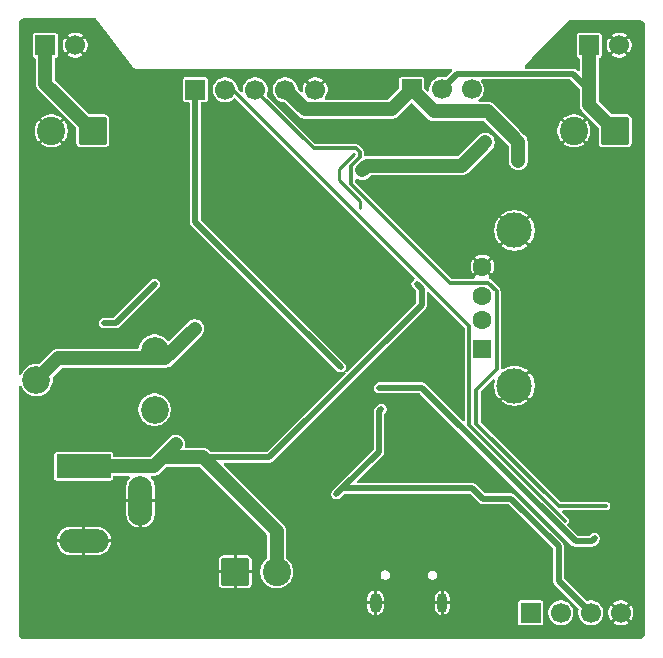
<source format=gbr>
%TF.GenerationSoftware,KiCad,Pcbnew,9.0.6-9.0.6~ubuntu22.04.1*%
%TF.CreationDate,2025-12-30T23:35:10+05:30*%
%TF.ProjectId,OverEngineered-PSU,4f766572-456e-4676-996e-65657265642d,rev?*%
%TF.SameCoordinates,Original*%
%TF.FileFunction,Copper,L2,Bot*%
%TF.FilePolarity,Positive*%
%FSLAX46Y46*%
G04 Gerber Fmt 4.6, Leading zero omitted, Abs format (unit mm)*
G04 Created by KiCad (PCBNEW 9.0.6-9.0.6~ubuntu22.04.1) date 2025-12-30 23:35:10*
%MOMM*%
%LPD*%
G01*
G04 APERTURE LIST*
G04 Aperture macros list*
%AMRoundRect*
0 Rectangle with rounded corners*
0 $1 Rounding radius*
0 $2 $3 $4 $5 $6 $7 $8 $9 X,Y pos of 4 corners*
0 Add a 4 corners polygon primitive as box body*
4,1,4,$2,$3,$4,$5,$6,$7,$8,$9,$2,$3,0*
0 Add four circle primitives for the rounded corners*
1,1,$1+$1,$2,$3*
1,1,$1+$1,$4,$5*
1,1,$1+$1,$6,$7*
1,1,$1+$1,$8,$9*
0 Add four rect primitives between the rounded corners*
20,1,$1+$1,$2,$3,$4,$5,0*
20,1,$1+$1,$4,$5,$6,$7,0*
20,1,$1+$1,$6,$7,$8,$9,0*
20,1,$1+$1,$8,$9,$2,$3,0*%
G04 Aperture macros list end*
%TA.AperFunction,ComponentPad*%
%ADD10R,1.700000X1.700000*%
%TD*%
%TA.AperFunction,ComponentPad*%
%ADD11C,1.700000*%
%TD*%
%TA.AperFunction,ComponentPad*%
%ADD12R,1.500000X1.600000*%
%TD*%
%TA.AperFunction,ComponentPad*%
%ADD13C,1.600000*%
%TD*%
%TA.AperFunction,ComponentPad*%
%ADD14C,3.000000*%
%TD*%
%TA.AperFunction,ComponentPad*%
%ADD15RoundRect,0.250001X-0.949999X-0.949999X0.949999X-0.949999X0.949999X0.949999X-0.949999X0.949999X0*%
%TD*%
%TA.AperFunction,ComponentPad*%
%ADD16C,2.400000*%
%TD*%
%TA.AperFunction,HeatsinkPad*%
%ADD17O,1.000000X1.700000*%
%TD*%
%TA.AperFunction,HeatsinkPad*%
%ADD18O,0.850000X1.700000*%
%TD*%
%TA.AperFunction,ComponentPad*%
%ADD19RoundRect,0.250001X0.949999X0.949999X-0.949999X0.949999X-0.949999X-0.949999X0.949999X-0.949999X0*%
%TD*%
%TA.AperFunction,ComponentPad*%
%ADD20C,2.340000*%
%TD*%
%TA.AperFunction,ComponentPad*%
%ADD21R,4.600000X2.000000*%
%TD*%
%TA.AperFunction,ComponentPad*%
%ADD22O,4.200000X2.000000*%
%TD*%
%TA.AperFunction,ComponentPad*%
%ADD23O,2.000000X4.200000*%
%TD*%
%TA.AperFunction,ViaPad*%
%ADD24C,0.300000*%
%TD*%
%TA.AperFunction,ViaPad*%
%ADD25C,0.500000*%
%TD*%
%TA.AperFunction,ViaPad*%
%ADD26C,1.200000*%
%TD*%
%TA.AperFunction,ViaPad*%
%ADD27C,0.250000*%
%TD*%
%TA.AperFunction,Conductor*%
%ADD28C,0.300000*%
%TD*%
%TA.AperFunction,Conductor*%
%ADD29C,1.200000*%
%TD*%
%TA.AperFunction,Conductor*%
%ADD30C,0.500000*%
%TD*%
%TA.AperFunction,Conductor*%
%ADD31C,0.250000*%
%TD*%
G04 APERTURE END LIST*
D10*
%TO.P,J5,1,Pin_1*%
%TO.N,5V*%
X135756667Y-81735000D03*
D11*
%TO.P,J5,2,Pin_2*%
%TO.N,Net-(J5-Pin_2)*%
X138296667Y-81735000D03*
%TO.P,J5,3,Pin_3*%
%TO.N,3.3V*%
X140836667Y-81735000D03*
%TD*%
D12*
%TO.P,J4,1,VBUS*%
%TO.N,5V*%
X141760000Y-103750000D03*
D13*
%TO.P,J4,2,D-*%
%TO.N,unconnected-(J4-D--Pad2)*%
X141760000Y-101250000D03*
%TO.P,J4,3,D+*%
%TO.N,unconnected-(J4-D+-Pad3)*%
X141760000Y-99250000D03*
%TO.P,J4,4,GND*%
%TO.N,GND*%
X141760000Y-96750000D03*
D14*
%TO.P,J4,5,Shield*%
X144470000Y-106820000D03*
X144470000Y-93680000D03*
%TD*%
D10*
%TO.P,J8,1,Pin_1*%
%TO.N,/SDA*%
X145850000Y-126050000D03*
D11*
%TO.P,J8,2,Pin_2*%
%TO.N,/SCL*%
X148390000Y-126050000D03*
%TO.P,J8,3,Pin_3*%
%TO.N,5V*%
X150930000Y-126050000D03*
%TO.P,J8,4,Pin_4*%
%TO.N,GND*%
X153470000Y-126050000D03*
%TD*%
D15*
%TO.P,J3,1,Pin_1*%
%TO.N,GND*%
X120841083Y-122585000D03*
D16*
%TO.P,J3,2,Pin_2*%
%TO.N,/BARREL*%
X124341083Y-122585000D03*
%TD*%
D17*
%TO.P,J1,6,Shield*%
%TO.N,GND*%
X132707167Y-125200000D03*
D18*
X138357167Y-125200000D03*
%TD*%
D19*
%TO.P,J6,1,Pin_1*%
%TO.N,Net-(J5-Pin_2)*%
X153000000Y-85250000D03*
D16*
%TO.P,J6,2,Pin_2*%
%TO.N,GND*%
X149500000Y-85250000D03*
%TD*%
D20*
%TO.P,RV1,1,1*%
%TO.N,VAR_V*%
X114000000Y-103850000D03*
%TO.P,RV1,2,2*%
X104000000Y-106350000D03*
%TO.P,RV1,3,3*%
%TO.N,Net-(IC1-FB)*%
X114000000Y-108850000D03*
%TD*%
D10*
%TO.P,J9,1,Pin_1*%
%TO.N,/PB1*%
X117443333Y-81755000D03*
D11*
%TO.P,J9,2,Pin_2*%
%TO.N,/SDA*%
X119983333Y-81755000D03*
%TO.P,J9,3,Pin_3*%
%TO.N,/SCL*%
X122523333Y-81755000D03*
%TO.P,J9,4,Pin_4*%
%TO.N,5V*%
X125063333Y-81755000D03*
%TO.P,J9,5,Pin_5*%
%TO.N,GND*%
X127603333Y-81755000D03*
%TD*%
D19*
%TO.P,J10,1,Pin_1*%
%TO.N,VAR_V*%
X108750000Y-85250000D03*
D16*
%TO.P,J10,2,Pin_2*%
%TO.N,GND*%
X105250000Y-85250000D03*
%TD*%
D21*
%TO.P,J12,1*%
%TO.N,/BARREL*%
X108000000Y-113650000D03*
D22*
%TO.P,J12,2*%
%TO.N,GND*%
X108000000Y-119950000D03*
D23*
%TO.P,J12,3*%
X112800000Y-116550000D03*
%TD*%
D10*
%TO.P,J7,1,Pin_1*%
%TO.N,Net-(J5-Pin_2)*%
X150800000Y-78000000D03*
D11*
%TO.P,J7,2,Pin_2*%
%TO.N,GND*%
X153340000Y-78000000D03*
%TD*%
D10*
%TO.P,J11,1,Pin_1*%
%TO.N,VAR_V*%
X104750000Y-78000000D03*
D11*
%TO.P,J11,2,Pin_2*%
%TO.N,GND*%
X107290000Y-78000000D03*
%TD*%
D24*
%TO.N,GND*%
X135250000Y-98500000D03*
D25*
X114750000Y-98500000D03*
X114500000Y-101250000D03*
X115300000Y-99327500D03*
D24*
X133000000Y-97500000D03*
X133000000Y-99250000D03*
D25*
X110750000Y-96000000D03*
X114250000Y-99250000D03*
D24*
X109500000Y-96000000D03*
%TO.N,/BARREL*%
X114000000Y-98250000D03*
X109750000Y-101500000D03*
D26*
X115800000Y-111800000D03*
D25*
X136200000Y-98200000D03*
D26*
%TO.N,VAR_V*%
X117400000Y-102000000D03*
D25*
%TO.N,5V*%
X141800000Y-116400000D03*
X133200000Y-108800000D03*
D26*
X144800000Y-87800000D03*
D25*
X129400000Y-116000000D03*
D26*
%TO.N,3.3V*%
X142000000Y-86200000D03*
X131600000Y-88600000D03*
D27*
%TO.N,Net-(IC2-EN)*%
X131400000Y-91800000D03*
X130847466Y-87200000D03*
D24*
%TO.N,/SCL*%
X152250000Y-117000000D03*
%TO.N,/SDA*%
X148750000Y-118250000D03*
D25*
%TO.N,/PB1*%
X129750000Y-105250000D03*
X151250000Y-119750000D03*
X133000000Y-107000000D03*
%TD*%
D28*
%TO.N,GND*%
X114500000Y-101250000D02*
X114500000Y-99500000D01*
X114500000Y-99500000D02*
X114250000Y-99250000D01*
D29*
%TO.N,/BARREL*%
X124341083Y-119141083D02*
X118100000Y-112900000D01*
D30*
X123700000Y-112900000D02*
X118100000Y-112900000D01*
X136600000Y-98600000D02*
X136600000Y-100000000D01*
X110750000Y-101500000D02*
X109750000Y-101500000D01*
X114000000Y-98250000D02*
X110750000Y-101500000D01*
X136200000Y-98200000D02*
X136600000Y-98600000D01*
X136600000Y-100000000D02*
X123700000Y-112900000D01*
D29*
X113950000Y-113650000D02*
X114700000Y-112900000D01*
X124341083Y-122585000D02*
X124341083Y-119141083D01*
X114700000Y-112900000D02*
X115800000Y-111800000D01*
X118100000Y-112900000D02*
X114700000Y-112900000D01*
X108000000Y-113650000D02*
X113950000Y-113650000D01*
%TO.N,VAR_V*%
X117400000Y-102000000D02*
X114900000Y-104500000D01*
X105850000Y-104500000D02*
X104000000Y-106350000D01*
X104750000Y-78000000D02*
X104750000Y-81250000D01*
X104750000Y-81250000D02*
X108750000Y-85250000D01*
X114900000Y-104500000D02*
X105850000Y-104500000D01*
%TO.N,5V*%
X126714333Y-83406000D02*
X125063333Y-81755000D01*
D30*
X148200000Y-120400000D02*
X144200000Y-116400000D01*
X129900000Y-115500000D02*
X140900000Y-115500000D01*
X150930000Y-126050000D02*
X148200000Y-123320000D01*
X148200000Y-123320000D02*
X148200000Y-120400000D01*
D29*
X144800000Y-86200000D02*
X144800000Y-87800000D01*
D30*
X140900000Y-115500000D02*
X141800000Y-116400000D01*
D29*
X137621667Y-83600000D02*
X142200000Y-83600000D01*
D30*
X133000000Y-109000000D02*
X133200000Y-108800000D01*
X129400000Y-116000000D02*
X129900000Y-115500000D01*
D29*
X135756667Y-81735000D02*
X137621667Y-83600000D01*
X135756667Y-81735000D02*
X134085667Y-83406000D01*
X134085667Y-83406000D02*
X126714333Y-83406000D01*
X142200000Y-83600000D02*
X144800000Y-86200000D01*
D30*
X133000000Y-112400000D02*
X133000000Y-109000000D01*
X144200000Y-116400000D02*
X141800000Y-116400000D01*
X129900000Y-115500000D02*
X133000000Y-112400000D01*
D29*
%TO.N,3.3V*%
X140000000Y-88200000D02*
X139800000Y-88200000D01*
X132000000Y-88200000D02*
X131600000Y-88600000D01*
X139800000Y-88200000D02*
X132000000Y-88200000D01*
X142000000Y-86200000D02*
X140000000Y-88200000D01*
D31*
%TO.N,Net-(IC2-EN)*%
X131400000Y-91200000D02*
X131400000Y-91800000D01*
X129600000Y-89400000D02*
X131400000Y-91200000D01*
X129600000Y-88447466D02*
X129600000Y-89400000D01*
X130847466Y-87200000D02*
X129600000Y-88447466D01*
D30*
%TO.N,Net-(J5-Pin_2)*%
X149434000Y-80434000D02*
X150800000Y-81800000D01*
D29*
X150800000Y-83050000D02*
X153000000Y-85250000D01*
D30*
X138296667Y-81735000D02*
X139597667Y-80434000D01*
D29*
X150800000Y-78000000D02*
X150800000Y-81800000D01*
D30*
X139597667Y-80434000D02*
X149434000Y-80434000D01*
D29*
X150800000Y-81800000D02*
X150800000Y-83050000D01*
D28*
%TO.N,/SCL*%
X130649000Y-89775834D02*
X138972166Y-98099000D01*
X131390691Y-87464391D02*
X130649000Y-88206082D01*
X142961145Y-98823385D02*
X142961145Y-105448855D01*
X130649000Y-88206082D02*
X130649000Y-89775834D01*
X127492333Y-86724000D02*
X131044632Y-86724000D01*
X148208520Y-117000000D02*
X152250000Y-117000000D01*
X131044632Y-86724000D02*
X131390691Y-87070059D01*
X142236760Y-98099000D02*
X142961145Y-98823385D01*
X131390691Y-87070059D02*
X131390691Y-87464391D01*
X141250000Y-107160000D02*
X141250000Y-110041480D01*
X138972166Y-98099000D02*
X142236760Y-98099000D01*
X142961145Y-105448855D02*
X141250000Y-107160000D01*
X122523333Y-81755000D02*
X127492333Y-86724000D01*
X141250000Y-110041480D02*
X148208520Y-117000000D01*
%TO.N,/SDA*%
X120604942Y-81755000D02*
X140659000Y-101809058D01*
X140659000Y-101809058D02*
X140659000Y-110159000D01*
X140659000Y-110159000D02*
X148750000Y-118250000D01*
X119983333Y-81755000D02*
X120604942Y-81755000D01*
D30*
%TO.N,/PB1*%
X149750000Y-120000000D02*
X151000000Y-120000000D01*
X117443333Y-92943333D02*
X129750000Y-105250000D01*
X133000000Y-107000000D02*
X136650058Y-107000000D01*
X136650058Y-107000000D02*
X149650058Y-120000000D01*
X149650058Y-120000000D02*
X149750000Y-120000000D01*
X117443333Y-81755000D02*
X117443333Y-92943333D01*
X151000000Y-120000000D02*
X151250000Y-119750000D01*
%TD*%
%TA.AperFunction,Conductor*%
%TO.N,GND*%
G36*
X108967077Y-75701770D02*
G01*
X108971484Y-75700808D01*
X109000297Y-75711525D01*
X109029789Y-75720185D01*
X109033926Y-75724033D01*
X109036971Y-75725166D01*
X109061949Y-75750099D01*
X109139135Y-75853014D01*
X109139136Y-75853014D01*
X109147799Y-75864565D01*
X112077109Y-79770313D01*
X112085296Y-79782713D01*
X112099498Y-79807311D01*
X112099501Y-79807316D01*
X112114705Y-79822519D01*
X112126225Y-79835800D01*
X112139135Y-79853014D01*
X112167337Y-79875151D01*
X112192686Y-79900500D01*
X112218939Y-79915657D01*
X112225874Y-79921100D01*
X112242793Y-79934381D01*
X112242800Y-79934385D01*
X112268916Y-79945540D01*
X112282209Y-79952186D01*
X112306814Y-79966392D01*
X112306816Y-79966392D01*
X112306817Y-79966393D01*
X112327588Y-79971959D01*
X112327589Y-79971959D01*
X112336104Y-79974240D01*
X112363988Y-79986151D01*
X112399474Y-79991219D01*
X112406664Y-79993146D01*
X112434108Y-80000500D01*
X112464433Y-80000500D01*
X112494449Y-80004788D01*
X112530041Y-80000500D01*
X139094701Y-80000500D01*
X139161740Y-80020185D01*
X139207495Y-80072989D01*
X139217439Y-80142147D01*
X139188414Y-80205703D01*
X139182382Y-80212181D01*
X138705508Y-80689053D01*
X138644185Y-80722538D01*
X138593636Y-80722989D01*
X138400136Y-80684500D01*
X138400132Y-80684500D01*
X138193202Y-80684500D01*
X138193197Y-80684500D01*
X137990254Y-80724868D01*
X137990246Y-80724870D01*
X137799070Y-80804058D01*
X137627009Y-80919024D01*
X137480691Y-81065342D01*
X137365725Y-81237403D01*
X137286537Y-81428579D01*
X137286535Y-81428587D01*
X137246167Y-81631530D01*
X137246167Y-81793060D01*
X137226482Y-81860099D01*
X137173678Y-81905854D01*
X137104520Y-81915798D01*
X137040964Y-81886773D01*
X137034486Y-81880741D01*
X136843486Y-81689741D01*
X136810001Y-81628418D01*
X136807167Y-81602060D01*
X136807167Y-80865249D01*
X136807166Y-80865247D01*
X136795535Y-80806770D01*
X136795534Y-80806769D01*
X136751219Y-80740447D01*
X136684897Y-80696132D01*
X136684896Y-80696131D01*
X136626419Y-80684500D01*
X136626415Y-80684500D01*
X134886919Y-80684500D01*
X134886914Y-80684500D01*
X134828437Y-80696131D01*
X134828436Y-80696132D01*
X134762114Y-80740447D01*
X134717799Y-80806769D01*
X134717798Y-80806770D01*
X134706167Y-80865247D01*
X134706167Y-81602060D01*
X134686482Y-81669099D01*
X134669848Y-81689741D01*
X133790408Y-82569181D01*
X133729085Y-82602666D01*
X133702727Y-82605500D01*
X128529860Y-82605500D01*
X128462821Y-82585815D01*
X128417066Y-82533011D01*
X128407122Y-82463853D01*
X128426758Y-82412609D01*
X128533827Y-82252368D01*
X128533832Y-82252358D01*
X128612982Y-82061274D01*
X128612984Y-82061266D01*
X128653332Y-81858420D01*
X128653333Y-81858417D01*
X128653333Y-81651583D01*
X128653332Y-81651579D01*
X128612984Y-81448733D01*
X128612982Y-81448725D01*
X128533832Y-81257640D01*
X128431146Y-81103960D01*
X128034061Y-81501045D01*
X128003432Y-81447993D01*
X127910340Y-81354901D01*
X127857285Y-81324269D01*
X128254370Y-80927185D01*
X128254370Y-80927184D01*
X128100701Y-80824505D01*
X128100691Y-80824500D01*
X127909607Y-80745350D01*
X127909599Y-80745348D01*
X127706753Y-80705000D01*
X127499912Y-80705000D01*
X127297066Y-80745348D01*
X127297058Y-80745350D01*
X127105969Y-80824502D01*
X127105968Y-80824502D01*
X126952294Y-80927183D01*
X126952294Y-80927185D01*
X127349379Y-81324270D01*
X127296326Y-81354901D01*
X127203234Y-81447993D01*
X127172603Y-81501046D01*
X126775518Y-81103961D01*
X126775516Y-81103961D01*
X126672835Y-81257635D01*
X126672835Y-81257636D01*
X126593683Y-81448725D01*
X126593681Y-81448733D01*
X126553333Y-81651579D01*
X126553333Y-81813560D01*
X126533648Y-81880599D01*
X126480844Y-81926354D01*
X126411686Y-81936298D01*
X126348130Y-81907273D01*
X126341652Y-81901241D01*
X126145865Y-81705454D01*
X126112380Y-81644131D01*
X126111929Y-81641964D01*
X126109854Y-81631534D01*
X126073463Y-81448580D01*
X125994274Y-81257402D01*
X125879310Y-81085345D01*
X125879308Y-81085342D01*
X125732990Y-80939024D01*
X125622581Y-80865252D01*
X125560931Y-80824059D01*
X125369753Y-80744870D01*
X125369745Y-80744868D01*
X125166802Y-80704500D01*
X125166798Y-80704500D01*
X124959868Y-80704500D01*
X124959863Y-80704500D01*
X124756920Y-80744868D01*
X124756912Y-80744870D01*
X124565736Y-80824058D01*
X124393675Y-80939024D01*
X124247357Y-81085342D01*
X124132391Y-81257403D01*
X124053203Y-81448579D01*
X124053201Y-81448587D01*
X124012833Y-81651530D01*
X124012833Y-81858469D01*
X124053201Y-82061412D01*
X124053203Y-82061420D01*
X124132391Y-82252596D01*
X124247357Y-82424657D01*
X124393675Y-82570975D01*
X124393678Y-82570977D01*
X124565735Y-82685941D01*
X124756913Y-82765130D01*
X124950297Y-82803596D01*
X125012208Y-82835980D01*
X125013787Y-82837532D01*
X126204040Y-84027786D01*
X126204044Y-84027789D01*
X126335147Y-84115390D01*
X126335151Y-84115392D01*
X126335154Y-84115394D01*
X126480836Y-84175738D01*
X126635486Y-84206499D01*
X126635490Y-84206500D01*
X126635491Y-84206500D01*
X134164511Y-84206500D01*
X134164512Y-84206499D01*
X134319164Y-84175737D01*
X134464846Y-84115394D01*
X134595956Y-84027789D01*
X135668986Y-82954757D01*
X135730309Y-82921273D01*
X135800000Y-82926257D01*
X135844348Y-82954758D01*
X136995537Y-84105947D01*
X136995558Y-84105970D01*
X137111374Y-84221786D01*
X137111378Y-84221789D01*
X137242481Y-84309390D01*
X137242494Y-84309397D01*
X137388165Y-84369735D01*
X137388170Y-84369737D01*
X137388174Y-84369737D01*
X137388175Y-84369738D01*
X137542821Y-84400500D01*
X137542824Y-84400500D01*
X137542825Y-84400500D01*
X141817060Y-84400500D01*
X141884099Y-84420185D01*
X141904741Y-84436819D01*
X143963181Y-86495259D01*
X143996666Y-86556582D01*
X143999500Y-86582940D01*
X143999500Y-87878846D01*
X144030261Y-88033489D01*
X144030264Y-88033501D01*
X144090602Y-88179172D01*
X144090609Y-88179185D01*
X144178210Y-88310288D01*
X144178213Y-88310292D01*
X144289707Y-88421786D01*
X144289711Y-88421789D01*
X144420814Y-88509390D01*
X144420827Y-88509397D01*
X144558968Y-88566616D01*
X144566503Y-88569737D01*
X144721153Y-88600499D01*
X144721156Y-88600500D01*
X144721158Y-88600500D01*
X144878844Y-88600500D01*
X144878845Y-88600499D01*
X145033497Y-88569737D01*
X145179179Y-88509394D01*
X145310289Y-88421789D01*
X145421789Y-88310289D01*
X145509394Y-88179179D01*
X145569737Y-88033497D01*
X145600500Y-87878842D01*
X145600500Y-86121158D01*
X145600500Y-86121155D01*
X145600499Y-86121153D01*
X145573170Y-85983763D01*
X145569737Y-85966503D01*
X145569735Y-85966498D01*
X145509397Y-85820827D01*
X145509390Y-85820814D01*
X145421790Y-85689712D01*
X145421785Y-85689707D01*
X145310289Y-85578211D01*
X144871896Y-85139818D01*
X148100000Y-85139818D01*
X148100000Y-85360181D01*
X148134473Y-85577835D01*
X148202567Y-85787410D01*
X148302615Y-85983763D01*
X148423320Y-86149900D01*
X148423321Y-86149901D01*
X148996064Y-85577157D01*
X149019881Y-85618408D01*
X149131592Y-85730119D01*
X149172840Y-85753934D01*
X148600097Y-86326677D01*
X148600098Y-86326679D01*
X148766236Y-86447384D01*
X148962589Y-86547432D01*
X149172164Y-86615526D01*
X149389819Y-86650000D01*
X149610181Y-86650000D01*
X149827835Y-86615526D01*
X150037410Y-86547432D01*
X150233760Y-86447386D01*
X150399900Y-86326677D01*
X150399901Y-86326676D01*
X149827159Y-85753934D01*
X149868408Y-85730119D01*
X149980119Y-85618408D01*
X150003934Y-85577158D01*
X150576676Y-86149901D01*
X150576677Y-86149900D01*
X150697386Y-85983760D01*
X150797432Y-85787410D01*
X150865526Y-85577835D01*
X150900000Y-85360181D01*
X150900000Y-85139818D01*
X150865526Y-84922164D01*
X150797432Y-84712589D01*
X150697384Y-84516236D01*
X150576679Y-84350098D01*
X150576677Y-84350097D01*
X150003934Y-84922840D01*
X149980119Y-84881592D01*
X149868408Y-84769881D01*
X149827158Y-84746065D01*
X150399901Y-84173321D01*
X150399900Y-84173320D01*
X150233763Y-84052615D01*
X150037410Y-83952567D01*
X149827835Y-83884473D01*
X149610181Y-83850000D01*
X149389819Y-83850000D01*
X149172164Y-83884473D01*
X148962589Y-83952567D01*
X148766236Y-84052615D01*
X148600098Y-84173320D01*
X148600098Y-84173322D01*
X149172841Y-84746065D01*
X149131592Y-84769881D01*
X149019881Y-84881592D01*
X148996065Y-84922841D01*
X148423322Y-84350098D01*
X148423320Y-84350098D01*
X148302615Y-84516236D01*
X148202567Y-84712589D01*
X148134473Y-84922164D01*
X148100000Y-85139818D01*
X144871896Y-85139818D01*
X143545259Y-83813181D01*
X142710292Y-82978213D01*
X142710288Y-82978210D01*
X142579185Y-82890609D01*
X142579172Y-82890602D01*
X142433501Y-82830264D01*
X142433489Y-82830261D01*
X142278845Y-82799500D01*
X142278842Y-82799500D01*
X141543154Y-82799500D01*
X141476115Y-82779815D01*
X141430360Y-82727011D01*
X141420416Y-82657853D01*
X141449441Y-82594297D01*
X141474264Y-82572397D01*
X141506322Y-82550977D01*
X141652644Y-82404655D01*
X141767608Y-82232598D01*
X141846797Y-82041420D01*
X141887167Y-81838465D01*
X141887167Y-81631535D01*
X141846797Y-81428580D01*
X141767608Y-81237402D01*
X141767607Y-81237400D01*
X141767607Y-81237399D01*
X141660693Y-81077390D01*
X141639815Y-81010713D01*
X141658300Y-80943333D01*
X141710279Y-80896643D01*
X141763795Y-80884500D01*
X149196035Y-80884500D01*
X149263074Y-80904185D01*
X149283716Y-80920819D01*
X149963181Y-81600284D01*
X149996666Y-81661607D01*
X149999500Y-81687965D01*
X149999500Y-83128846D01*
X150030261Y-83283489D01*
X150030264Y-83283501D01*
X150090602Y-83429172D01*
X150090609Y-83429185D01*
X150178210Y-83560288D01*
X150178213Y-83560292D01*
X151563181Y-84945259D01*
X151596666Y-85006582D01*
X151599500Y-85032940D01*
X151599500Y-86254258D01*
X151602354Y-86284698D01*
X151602354Y-86284699D01*
X151647206Y-86412881D01*
X151662421Y-86433497D01*
X151727850Y-86522150D01*
X151837118Y-86602793D01*
X151965302Y-86647646D01*
X151965301Y-86647646D01*
X151969271Y-86648018D01*
X151995735Y-86650500D01*
X154004264Y-86650499D01*
X154034698Y-86647646D01*
X154162882Y-86602793D01*
X154272150Y-86522150D01*
X154352793Y-86412882D01*
X154397646Y-86284698D01*
X154400500Y-86254265D01*
X154400499Y-84245736D01*
X154397646Y-84215302D01*
X154352793Y-84087118D01*
X154272150Y-83977850D01*
X154162882Y-83897207D01*
X154162881Y-83897206D01*
X154034695Y-83852353D01*
X154034698Y-83852353D01*
X154004269Y-83849500D01*
X154004265Y-83849500D01*
X152782940Y-83849500D01*
X152715901Y-83829815D01*
X152695259Y-83813181D01*
X151636819Y-82754741D01*
X151603334Y-82693418D01*
X151600500Y-82667060D01*
X151600500Y-79166038D01*
X151620185Y-79098999D01*
X151672989Y-79053244D01*
X151700305Y-79044421D01*
X151728231Y-79038867D01*
X151794552Y-78994552D01*
X151838867Y-78928231D01*
X151838867Y-78928229D01*
X151838868Y-78928229D01*
X151850499Y-78869752D01*
X151850500Y-78869750D01*
X151850500Y-77896579D01*
X152290000Y-77896579D01*
X152290000Y-78103420D01*
X152330348Y-78306266D01*
X152330350Y-78306274D01*
X152409500Y-78497358D01*
X152409505Y-78497368D01*
X152512185Y-78651037D01*
X152909270Y-78253952D01*
X152939901Y-78307007D01*
X153032993Y-78400099D01*
X153086046Y-78430729D01*
X152688961Y-78827814D01*
X152842640Y-78930499D01*
X153033725Y-79009649D01*
X153033733Y-79009651D01*
X153236579Y-79049999D01*
X153236583Y-79050000D01*
X153443417Y-79050000D01*
X153443420Y-79049999D01*
X153646266Y-79009651D01*
X153646274Y-79009649D01*
X153837359Y-78930499D01*
X153991038Y-78827814D01*
X153593953Y-78430729D01*
X153647007Y-78400099D01*
X153740099Y-78307007D01*
X153770729Y-78253953D01*
X154167814Y-78651038D01*
X154270499Y-78497359D01*
X154349649Y-78306274D01*
X154349651Y-78306266D01*
X154389999Y-78103420D01*
X154390000Y-78103417D01*
X154390000Y-77896583D01*
X154389999Y-77896579D01*
X154349651Y-77693733D01*
X154349649Y-77693725D01*
X154270499Y-77502640D01*
X154167814Y-77348961D01*
X153770729Y-77746045D01*
X153740099Y-77692993D01*
X153647007Y-77599901D01*
X153593953Y-77569270D01*
X153991037Y-77172185D01*
X153991037Y-77172184D01*
X153837368Y-77069505D01*
X153837358Y-77069500D01*
X153646274Y-76990350D01*
X153646266Y-76990348D01*
X153443420Y-76950000D01*
X153236579Y-76950000D01*
X153033733Y-76990348D01*
X153033725Y-76990350D01*
X152842636Y-77069502D01*
X152842635Y-77069502D01*
X152688961Y-77172183D01*
X152688961Y-77172185D01*
X153086046Y-77569270D01*
X153032993Y-77599901D01*
X152939901Y-77692993D01*
X152909270Y-77746046D01*
X152512185Y-77348961D01*
X152512183Y-77348961D01*
X152409502Y-77502635D01*
X152409502Y-77502636D01*
X152330350Y-77693725D01*
X152330348Y-77693733D01*
X152290000Y-77896579D01*
X151850500Y-77896579D01*
X151850500Y-77130249D01*
X151850499Y-77130247D01*
X151838868Y-77071770D01*
X151838867Y-77071769D01*
X151794552Y-77005447D01*
X151728230Y-76961132D01*
X151728229Y-76961131D01*
X151669752Y-76949500D01*
X151669748Y-76949500D01*
X149930252Y-76949500D01*
X149930247Y-76949500D01*
X149871770Y-76961131D01*
X149871769Y-76961132D01*
X149805447Y-77005447D01*
X149761132Y-77071769D01*
X149761131Y-77071770D01*
X149749500Y-77130247D01*
X149749500Y-78869752D01*
X149761131Y-78928229D01*
X149761132Y-78928230D01*
X149805447Y-78994552D01*
X149849762Y-79024162D01*
X149871769Y-79038867D01*
X149899690Y-79044421D01*
X149961601Y-79076804D01*
X149996176Y-79137519D01*
X149999500Y-79166038D01*
X149999500Y-80063034D01*
X149979815Y-80130073D01*
X149927011Y-80175828D01*
X149857853Y-80185772D01*
X149794297Y-80156747D01*
X149787819Y-80150716D01*
X149767176Y-80130073D01*
X149710614Y-80073511D01*
X149668922Y-80049440D01*
X149607885Y-80014199D01*
X149572757Y-80004788D01*
X149522120Y-79991220D01*
X149493309Y-79983500D01*
X149493308Y-79983500D01*
X145444854Y-79983500D01*
X145377815Y-79963815D01*
X145332060Y-79911011D01*
X145322116Y-79841853D01*
X145351141Y-79778297D01*
X145354954Y-79774095D01*
X145996295Y-79098999D01*
X148607382Y-76350485D01*
X148609522Y-76348290D01*
X149020995Y-75936819D01*
X149082318Y-75903334D01*
X149108676Y-75900500D01*
X155134108Y-75900500D01*
X155190243Y-75900500D01*
X155209640Y-75902027D01*
X155225080Y-75904472D01*
X155273154Y-75912086D01*
X155310046Y-75924073D01*
X155358544Y-75948783D01*
X155389929Y-75971586D01*
X155428413Y-76010070D01*
X155451217Y-76041457D01*
X155475925Y-76089950D01*
X155487913Y-76126845D01*
X155497973Y-76190358D01*
X155499500Y-76209757D01*
X155499500Y-127793038D01*
X155498720Y-127806922D01*
X155498720Y-127806923D01*
X155488540Y-127897264D01*
X155482362Y-127924333D01*
X155454648Y-128003537D01*
X155442600Y-128028555D01*
X155397957Y-128099604D01*
X155380644Y-128121313D01*
X155321313Y-128180644D01*
X155299604Y-128197957D01*
X155228555Y-128242600D01*
X155203537Y-128254648D01*
X155124333Y-128282362D01*
X155097264Y-128288540D01*
X155017075Y-128297576D01*
X155006921Y-128298720D01*
X154993038Y-128299500D01*
X103006962Y-128299500D01*
X102993078Y-128298720D01*
X102980553Y-128297308D01*
X102902735Y-128288540D01*
X102875666Y-128282362D01*
X102796462Y-128254648D01*
X102771444Y-128242600D01*
X102700395Y-128197957D01*
X102678686Y-128180644D01*
X102619355Y-128121313D01*
X102602042Y-128099604D01*
X102557399Y-128028555D01*
X102545351Y-128003537D01*
X102517637Y-127924333D01*
X102511459Y-127897263D01*
X102501280Y-127806922D01*
X102500500Y-127793038D01*
X102500500Y-125618946D01*
X132007166Y-125618946D01*
X132034066Y-125754176D01*
X132034069Y-125754186D01*
X132086831Y-125881566D01*
X132086838Y-125881579D01*
X132163442Y-125996226D01*
X132260940Y-126093724D01*
X132375587Y-126170328D01*
X132375600Y-126170335D01*
X132502981Y-126223097D01*
X132502993Y-126223100D01*
X132582167Y-126238849D01*
X132582167Y-125768821D01*
X132657439Y-125800000D01*
X132756895Y-125800000D01*
X132832167Y-125768821D01*
X132832167Y-126238848D01*
X132911340Y-126223100D01*
X132911352Y-126223097D01*
X133038733Y-126170335D01*
X133038746Y-126170328D01*
X133153393Y-126093724D01*
X133250891Y-125996226D01*
X133327495Y-125881579D01*
X133327502Y-125881566D01*
X133380264Y-125754186D01*
X133380267Y-125754176D01*
X133393717Y-125686559D01*
X137732166Y-125686559D01*
X137756184Y-125807300D01*
X137756187Y-125807310D01*
X137803295Y-125921041D01*
X137803302Y-125921054D01*
X137871697Y-126023413D01*
X137871700Y-126023417D01*
X137958749Y-126110466D01*
X137958753Y-126110469D01*
X138061112Y-126178864D01*
X138061124Y-126178871D01*
X138174859Y-126225980D01*
X138174868Y-126225983D01*
X138232166Y-126237380D01*
X138232167Y-126237379D01*
X138232167Y-125768821D01*
X138307439Y-125800000D01*
X138406895Y-125800000D01*
X138482167Y-125768821D01*
X138482167Y-126237380D01*
X138539465Y-126225983D01*
X138539474Y-126225980D01*
X138653209Y-126178871D01*
X138653221Y-126178864D01*
X138755580Y-126110469D01*
X138755584Y-126110466D01*
X138842633Y-126023417D01*
X138842636Y-126023413D01*
X138911031Y-125921054D01*
X138911038Y-125921041D01*
X138958146Y-125807310D01*
X138958149Y-125807300D01*
X138982167Y-125686559D01*
X138982167Y-125325000D01*
X138607167Y-125325000D01*
X138607167Y-125180247D01*
X144799500Y-125180247D01*
X144799500Y-126919752D01*
X144811131Y-126978229D01*
X144811132Y-126978230D01*
X144855447Y-127044552D01*
X144921769Y-127088867D01*
X144921770Y-127088868D01*
X144980247Y-127100499D01*
X144980250Y-127100500D01*
X144980252Y-127100500D01*
X146719750Y-127100500D01*
X146719751Y-127100499D01*
X146734568Y-127097552D01*
X146778229Y-127088868D01*
X146778229Y-127088867D01*
X146778231Y-127088867D01*
X146844552Y-127044552D01*
X146888867Y-126978231D01*
X146888867Y-126978229D01*
X146888868Y-126978229D01*
X146900499Y-126919752D01*
X146900500Y-126919750D01*
X146900500Y-125946530D01*
X147339500Y-125946530D01*
X147339500Y-126153469D01*
X147379868Y-126356412D01*
X147379870Y-126356420D01*
X147459058Y-126547596D01*
X147574024Y-126719657D01*
X147720342Y-126865975D01*
X147720345Y-126865977D01*
X147892402Y-126980941D01*
X148083580Y-127060130D01*
X148228052Y-127088867D01*
X148286530Y-127100499D01*
X148286534Y-127100500D01*
X148286535Y-127100500D01*
X148493466Y-127100500D01*
X148493467Y-127100499D01*
X148696420Y-127060130D01*
X148887598Y-126980941D01*
X149059655Y-126865977D01*
X149205977Y-126719655D01*
X149320941Y-126547598D01*
X149400130Y-126356420D01*
X149440500Y-126153465D01*
X149440500Y-125946535D01*
X149400130Y-125743580D01*
X149320941Y-125552402D01*
X149205977Y-125380345D01*
X149205975Y-125380342D01*
X149059657Y-125234024D01*
X148891655Y-125121770D01*
X148887598Y-125119059D01*
X148696420Y-125039870D01*
X148696412Y-125039868D01*
X148493469Y-124999500D01*
X148493465Y-124999500D01*
X148286535Y-124999500D01*
X148286530Y-124999500D01*
X148083587Y-125039868D01*
X148083579Y-125039870D01*
X147892403Y-125119058D01*
X147720342Y-125234024D01*
X147574024Y-125380342D01*
X147459058Y-125552403D01*
X147379870Y-125743579D01*
X147379868Y-125743587D01*
X147339500Y-125946530D01*
X146900500Y-125946530D01*
X146900500Y-125180249D01*
X146900499Y-125180247D01*
X146888868Y-125121770D01*
X146888867Y-125121769D01*
X146844552Y-125055447D01*
X146778230Y-125011132D01*
X146778229Y-125011131D01*
X146719752Y-124999500D01*
X146719748Y-124999500D01*
X144980252Y-124999500D01*
X144980247Y-124999500D01*
X144921770Y-125011131D01*
X144921769Y-125011132D01*
X144855447Y-125055447D01*
X144811132Y-125121769D01*
X144811131Y-125121770D01*
X144799500Y-125180247D01*
X138607167Y-125180247D01*
X138607167Y-125075000D01*
X138982167Y-125075000D01*
X138982167Y-124713440D01*
X138958149Y-124592699D01*
X138958146Y-124592689D01*
X138911038Y-124478958D01*
X138911031Y-124478945D01*
X138842636Y-124376586D01*
X138842633Y-124376582D01*
X138755584Y-124289533D01*
X138755580Y-124289530D01*
X138653221Y-124221135D01*
X138653208Y-124221128D01*
X138539475Y-124174019D01*
X138539468Y-124174017D01*
X138482167Y-124162618D01*
X138482167Y-124631178D01*
X138406895Y-124600000D01*
X138307439Y-124600000D01*
X138232167Y-124631178D01*
X138232167Y-124162619D01*
X138232166Y-124162618D01*
X138174865Y-124174017D01*
X138174858Y-124174019D01*
X138061125Y-124221128D01*
X138061112Y-124221135D01*
X137958753Y-124289530D01*
X137958749Y-124289533D01*
X137871700Y-124376582D01*
X137871697Y-124376586D01*
X137803302Y-124478945D01*
X137803295Y-124478958D01*
X137756187Y-124592689D01*
X137756184Y-124592699D01*
X137732167Y-124713440D01*
X137732167Y-125075000D01*
X138107167Y-125075000D01*
X138107167Y-125325000D01*
X137732167Y-125325000D01*
X137732167Y-125686559D01*
X137732166Y-125686559D01*
X133393717Y-125686559D01*
X133407167Y-125618946D01*
X133407167Y-125325000D01*
X132957167Y-125325000D01*
X132957167Y-125075000D01*
X133407167Y-125075000D01*
X133407167Y-124781054D01*
X133397318Y-124731544D01*
X133397318Y-124731542D01*
X133380267Y-124645825D01*
X133380264Y-124645813D01*
X133327502Y-124518433D01*
X133327495Y-124518420D01*
X133250891Y-124403773D01*
X133153393Y-124306275D01*
X133038746Y-124229671D01*
X133038733Y-124229664D01*
X132911351Y-124176901D01*
X132911343Y-124176899D01*
X132832167Y-124161149D01*
X132832167Y-124631178D01*
X132756895Y-124600000D01*
X132657439Y-124600000D01*
X132582167Y-124631178D01*
X132582167Y-124161150D01*
X132582166Y-124161149D01*
X132502990Y-124176899D01*
X132502982Y-124176901D01*
X132375600Y-124229664D01*
X132375587Y-124229671D01*
X132260940Y-124306275D01*
X132163442Y-124403773D01*
X132086838Y-124518420D01*
X132086831Y-124518433D01*
X132034069Y-124645813D01*
X132034066Y-124645823D01*
X132007167Y-124781053D01*
X132007167Y-125075000D01*
X132457167Y-125075000D01*
X132457167Y-125325000D01*
X132007167Y-125325000D01*
X132007167Y-125618946D01*
X132007166Y-125618946D01*
X102500500Y-125618946D01*
X102500500Y-121580794D01*
X119441083Y-121580794D01*
X119441083Y-122460000D01*
X120253411Y-122460000D01*
X120241083Y-122506009D01*
X120241083Y-122663991D01*
X120253411Y-122710000D01*
X119441083Y-122710000D01*
X119441083Y-123589205D01*
X119443933Y-123619599D01*
X119443933Y-123619603D01*
X119488736Y-123747644D01*
X119569291Y-123856791D01*
X119678438Y-123937346D01*
X119806481Y-123982149D01*
X119836877Y-123985000D01*
X120716083Y-123985000D01*
X120716083Y-123172671D01*
X120762092Y-123185000D01*
X120920074Y-123185000D01*
X120966083Y-123172671D01*
X120966083Y-123985000D01*
X121845289Y-123985000D01*
X121875682Y-123982149D01*
X121875686Y-123982149D01*
X122003727Y-123937346D01*
X122112874Y-123856791D01*
X122193429Y-123747644D01*
X122238232Y-123619603D01*
X122238232Y-123619599D01*
X122241083Y-123589205D01*
X122241083Y-122710000D01*
X121428755Y-122710000D01*
X121441083Y-122663991D01*
X121441083Y-122506009D01*
X121428755Y-122460000D01*
X122241083Y-122460000D01*
X122241083Y-121580794D01*
X122238232Y-121550400D01*
X122238232Y-121550396D01*
X122193429Y-121422355D01*
X122112874Y-121313208D01*
X122003727Y-121232653D01*
X121875684Y-121187850D01*
X121845289Y-121185000D01*
X120966083Y-121185000D01*
X120966083Y-121997328D01*
X120920074Y-121985000D01*
X120762092Y-121985000D01*
X120716083Y-121997328D01*
X120716083Y-121185000D01*
X119836877Y-121185000D01*
X119806483Y-121187850D01*
X119806479Y-121187850D01*
X119678438Y-121232653D01*
X119569291Y-121313208D01*
X119488736Y-121422355D01*
X119443933Y-121550396D01*
X119443933Y-121550400D01*
X119441083Y-121580794D01*
X102500500Y-121580794D01*
X102500500Y-119825000D01*
X105704840Y-119825000D01*
X106415856Y-119825000D01*
X106400000Y-119884174D01*
X106400000Y-120015826D01*
X106415856Y-120075000D01*
X105704840Y-120075000D01*
X105729548Y-120231002D01*
X105787914Y-120410637D01*
X105873670Y-120578940D01*
X105984685Y-120731741D01*
X105984689Y-120731746D01*
X106118253Y-120865310D01*
X106118258Y-120865314D01*
X106271059Y-120976329D01*
X106439362Y-121062085D01*
X106618997Y-121120451D01*
X106805553Y-121150000D01*
X107875000Y-121150000D01*
X107875000Y-120450000D01*
X108125000Y-120450000D01*
X108125000Y-121150000D01*
X109194447Y-121150000D01*
X109381002Y-121120451D01*
X109560637Y-121062085D01*
X109728940Y-120976329D01*
X109881741Y-120865314D01*
X109881746Y-120865310D01*
X110015310Y-120731746D01*
X110015314Y-120731741D01*
X110126329Y-120578940D01*
X110212085Y-120410637D01*
X110270451Y-120231002D01*
X110295160Y-120075000D01*
X109584144Y-120075000D01*
X109600000Y-120015826D01*
X109600000Y-119884174D01*
X109584144Y-119825000D01*
X110295160Y-119825000D01*
X110270451Y-119668997D01*
X110212085Y-119489362D01*
X110126329Y-119321059D01*
X110015314Y-119168258D01*
X110015310Y-119168253D01*
X109881746Y-119034689D01*
X109881741Y-119034685D01*
X109728940Y-118923670D01*
X109560637Y-118837914D01*
X109381002Y-118779548D01*
X109194447Y-118750000D01*
X108125000Y-118750000D01*
X108125000Y-119450000D01*
X107875000Y-119450000D01*
X107875000Y-118750000D01*
X106805553Y-118750000D01*
X106618997Y-118779548D01*
X106439362Y-118837914D01*
X106271059Y-118923670D01*
X106118258Y-119034685D01*
X106118253Y-119034689D01*
X105984689Y-119168253D01*
X105984685Y-119168258D01*
X105873670Y-119321059D01*
X105787914Y-119489362D01*
X105729548Y-119668997D01*
X105704840Y-119825000D01*
X102500500Y-119825000D01*
X102500500Y-112630247D01*
X105499500Y-112630247D01*
X105499500Y-114669752D01*
X105511131Y-114728229D01*
X105511132Y-114728230D01*
X105555447Y-114794552D01*
X105621769Y-114838867D01*
X105621770Y-114838868D01*
X105680247Y-114850499D01*
X105680250Y-114850500D01*
X105680252Y-114850500D01*
X110319750Y-114850500D01*
X110319751Y-114850499D01*
X110334568Y-114847552D01*
X110378229Y-114838868D01*
X110378229Y-114838867D01*
X110378231Y-114838867D01*
X110444552Y-114794552D01*
X110488867Y-114728231D01*
X110488867Y-114728229D01*
X110488868Y-114728229D01*
X110500499Y-114669752D01*
X110500500Y-114669750D01*
X110500500Y-114574500D01*
X110520185Y-114507461D01*
X110572989Y-114461706D01*
X110624500Y-114450500D01*
X111803081Y-114450500D01*
X111870120Y-114470185D01*
X111915875Y-114522989D01*
X111925819Y-114592147D01*
X111896794Y-114655703D01*
X111890762Y-114662181D01*
X111884689Y-114668253D01*
X111884685Y-114668258D01*
X111773670Y-114821059D01*
X111687914Y-114989362D01*
X111629548Y-115168997D01*
X111600000Y-115355552D01*
X111600000Y-116425000D01*
X112300000Y-116425000D01*
X112300000Y-116675000D01*
X111600000Y-116675000D01*
X111600000Y-117744447D01*
X111629548Y-117931002D01*
X111687914Y-118110637D01*
X111773670Y-118278940D01*
X111884685Y-118431741D01*
X111884689Y-118431746D01*
X112018253Y-118565310D01*
X112018258Y-118565314D01*
X112171059Y-118676329D01*
X112339362Y-118762085D01*
X112518997Y-118820451D01*
X112675000Y-118845160D01*
X112675000Y-118134144D01*
X112734174Y-118150000D01*
X112865826Y-118150000D01*
X112925000Y-118134144D01*
X112925000Y-118845159D01*
X113081002Y-118820451D01*
X113260637Y-118762085D01*
X113428940Y-118676329D01*
X113581741Y-118565314D01*
X113581746Y-118565310D01*
X113715310Y-118431746D01*
X113715314Y-118431741D01*
X113826329Y-118278940D01*
X113912085Y-118110637D01*
X113970451Y-117931002D01*
X114000000Y-117744447D01*
X114000000Y-116675000D01*
X113300000Y-116675000D01*
X113300000Y-116425000D01*
X114000000Y-116425000D01*
X114000000Y-115355552D01*
X113970451Y-115168997D01*
X113912085Y-114989362D01*
X113826329Y-114821059D01*
X113715314Y-114668258D01*
X113715310Y-114668253D01*
X113709238Y-114662181D01*
X113675753Y-114600858D01*
X113680737Y-114531166D01*
X113722609Y-114475233D01*
X113788073Y-114450816D01*
X113796919Y-114450500D01*
X114028844Y-114450500D01*
X114028845Y-114450499D01*
X114183497Y-114419737D01*
X114329179Y-114359394D01*
X114460289Y-114271789D01*
X114995259Y-113736819D01*
X115056582Y-113703334D01*
X115082940Y-113700500D01*
X117717060Y-113700500D01*
X117784099Y-113720185D01*
X117804741Y-113736819D01*
X123504264Y-119436342D01*
X123537749Y-119497665D01*
X123540583Y-119524023D01*
X123540583Y-121372301D01*
X123520898Y-121439340D01*
X123489470Y-121472618D01*
X123428718Y-121516757D01*
X123272839Y-121672636D01*
X123272835Y-121672641D01*
X123143270Y-121850974D01*
X123043187Y-122047393D01*
X123043186Y-122047396D01*
X122975068Y-122257047D01*
X122940583Y-122474778D01*
X122940583Y-122695221D01*
X122975068Y-122912952D01*
X123043186Y-123122603D01*
X123043187Y-123122606D01*
X123143270Y-123319025D01*
X123272835Y-123497358D01*
X123272839Y-123497363D01*
X123428719Y-123653243D01*
X123428724Y-123653247D01*
X123558652Y-123747644D01*
X123607061Y-123782815D01*
X123735458Y-123848237D01*
X123803476Y-123882895D01*
X123803479Y-123882896D01*
X123908304Y-123916955D01*
X124013132Y-123951015D01*
X124230861Y-123985500D01*
X124230862Y-123985500D01*
X124451304Y-123985500D01*
X124451305Y-123985500D01*
X124669034Y-123951015D01*
X124878689Y-123882895D01*
X125075105Y-123782815D01*
X125253448Y-123653242D01*
X125409325Y-123497365D01*
X125538898Y-123319022D01*
X125638978Y-123122606D01*
X125707098Y-122912951D01*
X125725420Y-122797273D01*
X133131667Y-122797273D01*
X133131667Y-122902727D01*
X133158960Y-123004587D01*
X133211687Y-123095913D01*
X133286254Y-123170480D01*
X133377580Y-123223207D01*
X133479440Y-123250500D01*
X133479442Y-123250500D01*
X133584892Y-123250500D01*
X133584894Y-123250500D01*
X133686754Y-123223207D01*
X133778080Y-123170480D01*
X133852647Y-123095913D01*
X133905374Y-123004587D01*
X133932667Y-122902727D01*
X133932667Y-122797273D01*
X137131667Y-122797273D01*
X137131667Y-122902727D01*
X137158960Y-123004587D01*
X137211687Y-123095913D01*
X137286254Y-123170480D01*
X137377580Y-123223207D01*
X137479440Y-123250500D01*
X137479442Y-123250500D01*
X137584892Y-123250500D01*
X137584894Y-123250500D01*
X137686754Y-123223207D01*
X137778080Y-123170480D01*
X137852647Y-123095913D01*
X137905374Y-123004587D01*
X137932667Y-122902727D01*
X137932667Y-122797273D01*
X137905374Y-122695413D01*
X137852647Y-122604087D01*
X137778080Y-122529520D01*
X137686754Y-122476793D01*
X137584894Y-122449500D01*
X137479440Y-122449500D01*
X137377580Y-122476793D01*
X137377577Y-122476794D01*
X137286252Y-122529521D01*
X137211688Y-122604085D01*
X137158961Y-122695410D01*
X137158960Y-122695413D01*
X137131667Y-122797273D01*
X133932667Y-122797273D01*
X133905374Y-122695413D01*
X133852647Y-122604087D01*
X133778080Y-122529520D01*
X133686754Y-122476793D01*
X133584894Y-122449500D01*
X133479440Y-122449500D01*
X133377580Y-122476793D01*
X133377577Y-122476794D01*
X133286252Y-122529521D01*
X133211688Y-122604085D01*
X133158961Y-122695410D01*
X133158960Y-122695413D01*
X133131667Y-122797273D01*
X125725420Y-122797273D01*
X125741583Y-122695222D01*
X125741583Y-122474778D01*
X125707098Y-122257049D01*
X125673038Y-122152221D01*
X125638979Y-122047396D01*
X125638978Y-122047393D01*
X125604320Y-121979375D01*
X125538898Y-121850978D01*
X125522343Y-121828192D01*
X125409330Y-121672641D01*
X125409326Y-121672636D01*
X125253447Y-121516757D01*
X125192696Y-121472618D01*
X125150031Y-121417287D01*
X125141583Y-121372301D01*
X125141583Y-119062238D01*
X125141582Y-119062236D01*
X125110820Y-118907586D01*
X125074728Y-118820451D01*
X125050480Y-118761910D01*
X125050473Y-118761897D01*
X124962873Y-118630795D01*
X124908692Y-118576614D01*
X124851372Y-118519294D01*
X122272769Y-115940691D01*
X128949500Y-115940691D01*
X128949500Y-116059309D01*
X128966670Y-116123387D01*
X128969341Y-116133358D01*
X128969342Y-116133361D01*
X128980199Y-116173884D01*
X128980201Y-116173887D01*
X129039511Y-116276614D01*
X129123386Y-116360489D01*
X129226113Y-116419799D01*
X129250321Y-116426284D01*
X129250324Y-116426286D01*
X129250325Y-116426286D01*
X129280447Y-116434357D01*
X129340691Y-116450500D01*
X129340693Y-116450500D01*
X129459308Y-116450500D01*
X129459309Y-116450500D01*
X129549673Y-116426286D01*
X129573887Y-116419799D01*
X129676614Y-116360489D01*
X130050285Y-115986819D01*
X130111608Y-115953334D01*
X130137966Y-115950500D01*
X140662035Y-115950500D01*
X140729074Y-115970185D01*
X140749716Y-115986819D01*
X141523386Y-116760489D01*
X141626113Y-116819799D01*
X141650321Y-116826284D01*
X141650324Y-116826286D01*
X141650325Y-116826286D01*
X141680447Y-116834357D01*
X141740691Y-116850500D01*
X143962035Y-116850500D01*
X144029074Y-116870185D01*
X144049716Y-116886819D01*
X147713181Y-120550284D01*
X147746666Y-120611607D01*
X147749500Y-120637965D01*
X147749500Y-123379308D01*
X147773712Y-123469672D01*
X147780200Y-123493885D01*
X147780200Y-123493886D01*
X147782209Y-123497365D01*
X147839511Y-123596614D01*
X147839513Y-123596616D01*
X149884054Y-125641157D01*
X149917539Y-125702480D01*
X149917990Y-125753029D01*
X149879500Y-125946530D01*
X149879500Y-126153469D01*
X149919868Y-126356412D01*
X149919870Y-126356420D01*
X149999058Y-126547596D01*
X150114024Y-126719657D01*
X150260342Y-126865975D01*
X150260345Y-126865977D01*
X150432402Y-126980941D01*
X150623580Y-127060130D01*
X150768052Y-127088867D01*
X150826530Y-127100499D01*
X150826534Y-127100500D01*
X150826535Y-127100500D01*
X151033466Y-127100500D01*
X151033467Y-127100499D01*
X151236420Y-127060130D01*
X151427598Y-126980941D01*
X151599655Y-126865977D01*
X151599658Y-126865974D01*
X151721711Y-126743922D01*
X151745974Y-126719658D01*
X151745975Y-126719657D01*
X151745977Y-126719655D01*
X151860941Y-126547598D01*
X151940130Y-126356420D01*
X151980500Y-126153465D01*
X151980500Y-125946579D01*
X152420000Y-125946579D01*
X152420000Y-126153420D01*
X152460348Y-126356266D01*
X152460350Y-126356274D01*
X152539500Y-126547358D01*
X152539505Y-126547368D01*
X152642185Y-126701037D01*
X153039270Y-126303952D01*
X153069901Y-126357007D01*
X153162993Y-126450099D01*
X153216046Y-126480729D01*
X152818961Y-126877814D01*
X152972640Y-126980499D01*
X153163725Y-127059649D01*
X153163733Y-127059651D01*
X153366579Y-127099999D01*
X153366583Y-127100000D01*
X153573417Y-127100000D01*
X153573420Y-127099999D01*
X153776266Y-127059651D01*
X153776274Y-127059649D01*
X153967359Y-126980499D01*
X154121038Y-126877814D01*
X153723953Y-126480729D01*
X153777007Y-126450099D01*
X153870099Y-126357007D01*
X153900729Y-126303953D01*
X154297814Y-126701038D01*
X154400499Y-126547359D01*
X154479649Y-126356274D01*
X154479651Y-126356266D01*
X154519999Y-126153420D01*
X154520000Y-126153417D01*
X154520000Y-125946583D01*
X154519999Y-125946579D01*
X154479651Y-125743733D01*
X154479649Y-125743725D01*
X154400499Y-125552640D01*
X154297814Y-125398961D01*
X153900729Y-125796045D01*
X153870099Y-125742993D01*
X153777007Y-125649901D01*
X153723953Y-125619270D01*
X154121037Y-125222185D01*
X154121037Y-125222184D01*
X153967368Y-125119505D01*
X153967358Y-125119500D01*
X153776274Y-125040350D01*
X153776266Y-125040348D01*
X153573420Y-125000000D01*
X153366579Y-125000000D01*
X153163733Y-125040348D01*
X153163725Y-125040350D01*
X152972636Y-125119502D01*
X152972635Y-125119502D01*
X152818961Y-125222183D01*
X152818961Y-125222185D01*
X153216046Y-125619270D01*
X153162993Y-125649901D01*
X153069901Y-125742993D01*
X153039270Y-125796046D01*
X152642185Y-125398961D01*
X152642183Y-125398961D01*
X152539502Y-125552635D01*
X152539502Y-125552636D01*
X152460350Y-125743725D01*
X152460348Y-125743733D01*
X152420000Y-125946579D01*
X151980500Y-125946579D01*
X151980500Y-125946535D01*
X151940130Y-125743580D01*
X151860941Y-125552402D01*
X151745977Y-125380345D01*
X151745975Y-125380342D01*
X151599657Y-125234024D01*
X151431655Y-125121770D01*
X151427598Y-125119059D01*
X151236420Y-125039870D01*
X151236412Y-125039868D01*
X151033469Y-124999500D01*
X151033465Y-124999500D01*
X150826535Y-124999500D01*
X150826530Y-124999500D01*
X150633029Y-125037990D01*
X150563437Y-125031763D01*
X150521157Y-125004054D01*
X148686819Y-123169716D01*
X148653334Y-123108393D01*
X148650500Y-123082035D01*
X148650500Y-120340693D01*
X148650500Y-120340691D01*
X148619799Y-120226114D01*
X148619799Y-120226113D01*
X148560489Y-120123386D01*
X144476614Y-116039511D01*
X144385350Y-115986819D01*
X144373888Y-115980201D01*
X144361780Y-115976957D01*
X144349673Y-115973713D01*
X144349670Y-115973712D01*
X144311478Y-115963478D01*
X144259309Y-115949500D01*
X144259308Y-115949500D01*
X142037965Y-115949500D01*
X141970926Y-115929815D01*
X141950284Y-115913181D01*
X141176616Y-115139513D01*
X141176614Y-115139511D01*
X141125250Y-115109856D01*
X141073888Y-115080201D01*
X141061780Y-115076957D01*
X141049673Y-115073713D01*
X141049670Y-115073712D01*
X141011478Y-115063478D01*
X140959309Y-115049500D01*
X140959308Y-115049500D01*
X131286965Y-115049500D01*
X131219926Y-115029815D01*
X131174171Y-114977011D01*
X131164227Y-114907853D01*
X131193252Y-114844297D01*
X131199284Y-114837819D01*
X131765317Y-114271786D01*
X133360489Y-112676614D01*
X133419799Y-112573887D01*
X133429010Y-112539511D01*
X133450500Y-112459309D01*
X133450500Y-109237966D01*
X133470185Y-109170927D01*
X133486819Y-109150284D01*
X133560490Y-109076614D01*
X133619799Y-108973887D01*
X133630549Y-108933767D01*
X133650500Y-108859309D01*
X133650500Y-108740691D01*
X133619799Y-108626114D01*
X133619799Y-108626113D01*
X133619799Y-108626112D01*
X133560492Y-108523389D01*
X133560488Y-108523384D01*
X133476615Y-108439511D01*
X133476607Y-108439505D01*
X133373893Y-108380204D01*
X133373888Y-108380201D01*
X133361780Y-108376957D01*
X133349673Y-108373713D01*
X133349670Y-108373712D01*
X133311478Y-108363478D01*
X133259309Y-108349500D01*
X133140691Y-108349500D01*
X133050325Y-108373713D01*
X133050324Y-108373712D01*
X133026115Y-108380200D01*
X133026106Y-108380204D01*
X132923392Y-108439505D01*
X132923384Y-108439511D01*
X132639513Y-108723383D01*
X132639511Y-108723386D01*
X132580200Y-108826113D01*
X132580199Y-108826116D01*
X132573712Y-108850324D01*
X132573713Y-108850325D01*
X132549500Y-108940691D01*
X132549500Y-112162034D01*
X132529815Y-112229073D01*
X132513181Y-112249715D01*
X129039513Y-115723383D01*
X129039509Y-115723389D01*
X128980201Y-115826112D01*
X128980201Y-115826113D01*
X128980201Y-115826114D01*
X128949500Y-115940691D01*
X122272769Y-115940691D01*
X119894259Y-113562181D01*
X119860774Y-113500858D01*
X119865758Y-113431166D01*
X119907630Y-113375233D01*
X119973094Y-113350816D01*
X119981940Y-113350500D01*
X123759308Y-113350500D01*
X123759309Y-113350500D01*
X123849673Y-113326286D01*
X123873887Y-113319799D01*
X123976614Y-113260489D01*
X136960489Y-100276614D01*
X137019799Y-100173887D01*
X137029781Y-100136632D01*
X137050500Y-100059309D01*
X137050500Y-98995602D01*
X137070185Y-98928563D01*
X137122989Y-98882808D01*
X137192147Y-98872864D01*
X137255703Y-98901889D01*
X137262181Y-98907921D01*
X140272181Y-101917921D01*
X140305666Y-101979244D01*
X140308500Y-102005602D01*
X140308500Y-109721977D01*
X140288815Y-109789016D01*
X140236011Y-109834771D01*
X140166853Y-109844715D01*
X140103297Y-109815690D01*
X140096819Y-109809658D01*
X136926674Y-106639513D01*
X136926672Y-106639511D01*
X136867688Y-106605456D01*
X136823946Y-106580201D01*
X136811838Y-106576957D01*
X136799731Y-106573713D01*
X136799728Y-106573712D01*
X136761536Y-106563478D01*
X136709367Y-106549500D01*
X132940691Y-106549500D01*
X132826114Y-106580201D01*
X132826112Y-106580201D01*
X132826112Y-106580202D01*
X132723387Y-106639511D01*
X132723384Y-106639513D01*
X132639513Y-106723384D01*
X132639511Y-106723387D01*
X132580201Y-106826114D01*
X132549500Y-106940691D01*
X132549500Y-107059309D01*
X132580201Y-107173886D01*
X132639511Y-107276613D01*
X132723387Y-107360489D01*
X132826114Y-107419799D01*
X132940691Y-107450500D01*
X136412093Y-107450500D01*
X136479132Y-107470185D01*
X136499774Y-107486819D01*
X149373444Y-120360489D01*
X149373445Y-120360490D01*
X149373447Y-120360491D01*
X149432751Y-120394729D01*
X149432754Y-120394732D01*
X149460303Y-120410637D01*
X149476172Y-120419799D01*
X149590749Y-120450500D01*
X149590752Y-120450500D01*
X151059308Y-120450500D01*
X151059309Y-120450500D01*
X151149673Y-120426286D01*
X151173887Y-120419799D01*
X151276614Y-120360489D01*
X151610489Y-120026614D01*
X151611677Y-120024555D01*
X151644731Y-119967306D01*
X151669797Y-119923889D01*
X151669799Y-119923886D01*
X151700500Y-119809309D01*
X151700500Y-119690691D01*
X151669799Y-119576114D01*
X151631362Y-119509540D01*
X151610489Y-119473386D01*
X151526614Y-119389511D01*
X151489012Y-119367802D01*
X151423886Y-119330201D01*
X151309309Y-119299500D01*
X151190691Y-119299500D01*
X151121944Y-119317920D01*
X151076112Y-119330201D01*
X151076107Y-119330204D01*
X151032695Y-119355267D01*
X151032696Y-119355268D01*
X150973389Y-119389508D01*
X150973383Y-119389513D01*
X150849716Y-119513181D01*
X150788393Y-119546666D01*
X150762035Y-119549500D01*
X149888023Y-119549500D01*
X149820984Y-119529815D01*
X149800342Y-119513181D01*
X148979102Y-118691941D01*
X148945617Y-118630618D01*
X148950601Y-118560926D01*
X148979101Y-118516580D01*
X149030470Y-118465212D01*
X149076614Y-118385288D01*
X149080350Y-118371346D01*
X149100500Y-118296144D01*
X149100500Y-118203856D01*
X149076614Y-118114712D01*
X149072812Y-118108127D01*
X149064622Y-118093941D01*
X149064620Y-118093939D01*
X149030470Y-118034788D01*
X148557863Y-117562181D01*
X148524378Y-117500858D01*
X148529362Y-117431166D01*
X148571234Y-117375233D01*
X148636698Y-117350816D01*
X148645544Y-117350500D01*
X152296142Y-117350500D01*
X152296144Y-117350500D01*
X152385288Y-117326614D01*
X152465212Y-117280469D01*
X152530469Y-117215212D01*
X152576614Y-117135288D01*
X152600500Y-117046144D01*
X152600500Y-116953856D01*
X152576614Y-116864712D01*
X152568409Y-116850500D01*
X152530473Y-116784794D01*
X152530470Y-116784791D01*
X152530469Y-116784788D01*
X152465212Y-116719531D01*
X152465209Y-116719529D01*
X152465205Y-116719526D01*
X152385293Y-116673388D01*
X152385290Y-116673387D01*
X152385289Y-116673386D01*
X152385288Y-116673386D01*
X152296144Y-116649500D01*
X152296143Y-116649500D01*
X148405063Y-116649500D01*
X148338024Y-116629815D01*
X148317382Y-116613181D01*
X141636819Y-109932617D01*
X141603334Y-109871294D01*
X141600500Y-109844936D01*
X141600500Y-107356544D01*
X141620185Y-107289505D01*
X141636819Y-107268863D01*
X142086072Y-106819610D01*
X142611329Y-106294352D01*
X142672650Y-106260869D01*
X142742341Y-106265853D01*
X142798275Y-106307725D01*
X142822692Y-106373189D01*
X142818783Y-106414127D01*
X142799089Y-106487628D01*
X142799085Y-106487645D01*
X142770000Y-106708575D01*
X142770000Y-106931424D01*
X142799085Y-107152354D01*
X142799088Y-107152367D01*
X142856763Y-107367618D01*
X142942045Y-107573502D01*
X142942054Y-107573520D01*
X143053462Y-107766488D01*
X143180793Y-107932428D01*
X143572301Y-107540920D01*
X143592829Y-107569175D01*
X143720825Y-107697171D01*
X143749077Y-107717697D01*
X143357570Y-108109205D01*
X143523511Y-108236537D01*
X143716479Y-108347945D01*
X143716497Y-108347954D01*
X143922381Y-108433236D01*
X144137632Y-108490911D01*
X144137645Y-108490914D01*
X144358575Y-108520000D01*
X144581425Y-108520000D01*
X144802354Y-108490914D01*
X144802367Y-108490911D01*
X145017618Y-108433236D01*
X145223502Y-108347954D01*
X145223520Y-108347945D01*
X145416491Y-108236535D01*
X145416495Y-108236533D01*
X145582428Y-108109206D01*
X145582428Y-108109205D01*
X145190921Y-107717698D01*
X145219175Y-107697171D01*
X145347171Y-107569175D01*
X145367698Y-107540921D01*
X145759205Y-107932428D01*
X145759206Y-107932428D01*
X145886533Y-107766495D01*
X145886535Y-107766491D01*
X145997945Y-107573520D01*
X145997954Y-107573502D01*
X146083236Y-107367618D01*
X146140911Y-107152367D01*
X146140914Y-107152354D01*
X146170000Y-106931424D01*
X146170000Y-106708575D01*
X146140914Y-106487645D01*
X146140911Y-106487632D01*
X146083236Y-106272381D01*
X145997954Y-106066497D01*
X145997945Y-106066479D01*
X145886537Y-105873511D01*
X145759205Y-105707570D01*
X145367697Y-106099077D01*
X145347171Y-106070825D01*
X145219175Y-105942829D01*
X145190920Y-105922301D01*
X145582428Y-105530793D01*
X145416488Y-105403462D01*
X145223520Y-105292054D01*
X145223502Y-105292045D01*
X145017618Y-105206763D01*
X144802367Y-105149088D01*
X144802354Y-105149085D01*
X144581425Y-105120000D01*
X144358575Y-105120000D01*
X144137645Y-105149085D01*
X144137632Y-105149088D01*
X143922381Y-105206763D01*
X143716497Y-105292045D01*
X143716479Y-105292054D01*
X143523510Y-105403463D01*
X143511128Y-105412964D01*
X143445958Y-105438155D01*
X143377513Y-105424114D01*
X143327525Y-105375299D01*
X143311645Y-105314585D01*
X143311645Y-98777243D01*
X143311645Y-98777241D01*
X143287759Y-98688097D01*
X143266052Y-98650500D01*
X143266052Y-98650498D01*
X143241619Y-98608179D01*
X143241613Y-98608171D01*
X142451973Y-97818531D01*
X142451968Y-97818527D01*
X142365009Y-97768322D01*
X142366116Y-97766402D01*
X142320718Y-97729811D01*
X142298659Y-97663515D01*
X142315944Y-97595817D01*
X142353690Y-97555997D01*
X142374989Y-97541765D01*
X141995653Y-97162428D01*
X142051657Y-97130095D01*
X142140095Y-97041657D01*
X142172428Y-96985652D01*
X142551766Y-97364990D01*
X142646190Y-97223674D01*
X142646191Y-97223673D01*
X142721569Y-97041693D01*
X142721572Y-97041681D01*
X142759999Y-96848495D01*
X142760000Y-96848492D01*
X142760000Y-96651508D01*
X142759999Y-96651504D01*
X142721572Y-96458318D01*
X142721569Y-96458306D01*
X142646191Y-96276326D01*
X142646190Y-96276324D01*
X142551766Y-96135008D01*
X142172428Y-96514346D01*
X142140095Y-96458343D01*
X142051657Y-96369905D01*
X141995652Y-96337570D01*
X142374989Y-95958233D01*
X142374989Y-95958232D01*
X142233683Y-95863814D01*
X142233671Y-95863807D01*
X142051693Y-95788430D01*
X142051681Y-95788427D01*
X141858495Y-95750000D01*
X141661504Y-95750000D01*
X141468318Y-95788427D01*
X141468306Y-95788430D01*
X141286324Y-95863809D01*
X141145009Y-95958233D01*
X141524347Y-96337570D01*
X141468343Y-96369905D01*
X141379905Y-96458343D01*
X141347571Y-96514347D01*
X140968233Y-96135009D01*
X140873809Y-96276324D01*
X140798430Y-96458306D01*
X140798427Y-96458318D01*
X140760000Y-96651504D01*
X140760000Y-96848495D01*
X140798427Y-97041681D01*
X140798430Y-97041693D01*
X140873807Y-97223671D01*
X140873814Y-97223683D01*
X140968233Y-97364989D01*
X141347570Y-96985652D01*
X141379905Y-97041657D01*
X141468343Y-97130095D01*
X141524346Y-97162428D01*
X141145008Y-97541766D01*
X141146807Y-97560024D01*
X141159331Y-97575010D01*
X141168038Y-97644335D01*
X141137884Y-97707363D01*
X141078441Y-97744082D01*
X141045635Y-97748500D01*
X139168709Y-97748500D01*
X139101670Y-97728815D01*
X139081028Y-97712181D01*
X135139354Y-93770507D01*
X134937422Y-93568575D01*
X142770000Y-93568575D01*
X142770000Y-93791424D01*
X142799085Y-94012354D01*
X142799088Y-94012367D01*
X142856763Y-94227618D01*
X142942045Y-94433502D01*
X142942054Y-94433520D01*
X143053462Y-94626488D01*
X143180793Y-94792428D01*
X143572301Y-94400920D01*
X143592829Y-94429175D01*
X143720825Y-94557171D01*
X143749077Y-94577697D01*
X143357570Y-94969205D01*
X143523511Y-95096537D01*
X143716479Y-95207945D01*
X143716497Y-95207954D01*
X143922381Y-95293236D01*
X144137632Y-95350911D01*
X144137645Y-95350914D01*
X144358575Y-95380000D01*
X144581425Y-95380000D01*
X144802354Y-95350914D01*
X144802367Y-95350911D01*
X145017618Y-95293236D01*
X145223502Y-95207954D01*
X145223520Y-95207945D01*
X145416491Y-95096535D01*
X145416495Y-95096533D01*
X145582428Y-94969206D01*
X145582428Y-94969205D01*
X145190921Y-94577698D01*
X145219175Y-94557171D01*
X145347171Y-94429175D01*
X145367698Y-94400921D01*
X145759205Y-94792428D01*
X145759206Y-94792428D01*
X145886533Y-94626495D01*
X145886535Y-94626491D01*
X145997945Y-94433520D01*
X145997954Y-94433502D01*
X146083236Y-94227618D01*
X146140911Y-94012367D01*
X146140914Y-94012354D01*
X146170000Y-93791424D01*
X146170000Y-93568575D01*
X146140914Y-93347645D01*
X146140911Y-93347632D01*
X146083236Y-93132381D01*
X145997954Y-92926497D01*
X145997945Y-92926479D01*
X145886537Y-92733511D01*
X145759205Y-92567570D01*
X145367697Y-92959077D01*
X145347171Y-92930825D01*
X145219175Y-92802829D01*
X145190920Y-92782301D01*
X145582428Y-92390793D01*
X145416488Y-92263462D01*
X145223520Y-92152054D01*
X145223502Y-92152045D01*
X145017618Y-92066763D01*
X144802367Y-92009088D01*
X144802354Y-92009085D01*
X144581425Y-91980000D01*
X144358575Y-91980000D01*
X144137645Y-92009085D01*
X144137632Y-92009088D01*
X143922381Y-92066763D01*
X143716497Y-92152045D01*
X143716479Y-92152054D01*
X143523508Y-92263464D01*
X143523506Y-92263465D01*
X143357570Y-92390792D01*
X143357570Y-92390793D01*
X143749078Y-92782301D01*
X143720825Y-92802829D01*
X143592829Y-92930825D01*
X143572301Y-92959078D01*
X143180793Y-92567570D01*
X143180792Y-92567570D01*
X143053465Y-92733506D01*
X143053464Y-92733508D01*
X142942054Y-92926479D01*
X142942045Y-92926497D01*
X142856763Y-93132381D01*
X142799088Y-93347632D01*
X142799085Y-93347645D01*
X142770000Y-93568575D01*
X134937422Y-93568575D01*
X131035819Y-89666971D01*
X131021115Y-89640043D01*
X131004523Y-89614225D01*
X131003631Y-89608024D01*
X131002334Y-89605648D01*
X130999500Y-89579290D01*
X130999500Y-89393500D01*
X131019185Y-89326461D01*
X131071989Y-89280706D01*
X131141147Y-89270762D01*
X131192391Y-89290398D01*
X131208995Y-89301492D01*
X131220821Y-89309394D01*
X131220823Y-89309395D01*
X131220827Y-89309397D01*
X131366498Y-89369735D01*
X131366503Y-89369737D01*
X131485967Y-89393500D01*
X131521153Y-89400499D01*
X131521156Y-89400500D01*
X131521158Y-89400500D01*
X131678844Y-89400500D01*
X131678845Y-89400499D01*
X131833497Y-89369737D01*
X131979179Y-89309394D01*
X132110289Y-89221789D01*
X132295259Y-89036819D01*
X132356582Y-89003334D01*
X132382940Y-89000500D01*
X140078844Y-89000500D01*
X140078845Y-89000499D01*
X140233497Y-88969737D01*
X140379179Y-88909394D01*
X140510289Y-88821789D01*
X142621789Y-86710289D01*
X142643460Y-86677856D01*
X142709394Y-86579179D01*
X142769737Y-86433497D01*
X142800500Y-86278842D01*
X142800500Y-86121158D01*
X142800500Y-86121155D01*
X142800499Y-86121153D01*
X142773170Y-85983763D01*
X142769737Y-85966503D01*
X142769735Y-85966498D01*
X142709397Y-85820827D01*
X142709390Y-85820814D01*
X142621789Y-85689711D01*
X142621786Y-85689707D01*
X142510291Y-85578212D01*
X142510288Y-85578210D01*
X142379185Y-85490609D01*
X142379172Y-85490602D01*
X142233501Y-85430264D01*
X142233489Y-85430261D01*
X142078845Y-85399500D01*
X142078842Y-85399500D01*
X141921158Y-85399500D01*
X141921155Y-85399500D01*
X141766510Y-85430261D01*
X141766498Y-85430264D01*
X141620827Y-85490602D01*
X141620814Y-85490609D01*
X141489711Y-85578210D01*
X141489709Y-85578212D01*
X139704741Y-87363181D01*
X139643418Y-87396666D01*
X139617060Y-87399500D01*
X131921156Y-87399500D01*
X131889380Y-87405820D01*
X131819788Y-87399591D01*
X131764612Y-87356727D01*
X131741369Y-87290837D01*
X131741191Y-87284202D01*
X131741191Y-87023917D01*
X131741191Y-87023915D01*
X131717305Y-86934771D01*
X131717302Y-86934765D01*
X131671164Y-86854853D01*
X131671161Y-86854850D01*
X131671160Y-86854847D01*
X131605903Y-86789590D01*
X131259844Y-86443530D01*
X131259843Y-86443529D01*
X131259840Y-86443527D01*
X131179922Y-86397387D01*
X131179921Y-86397386D01*
X131179920Y-86397386D01*
X131090776Y-86373500D01*
X131090775Y-86373500D01*
X127688877Y-86373500D01*
X127621838Y-86353815D01*
X127601196Y-86337181D01*
X123531119Y-82267104D01*
X123497634Y-82205781D01*
X123502618Y-82136089D01*
X123504220Y-82132015D01*
X123533463Y-82061420D01*
X123573833Y-81858465D01*
X123573833Y-81651535D01*
X123533463Y-81448580D01*
X123454274Y-81257402D01*
X123339310Y-81085345D01*
X123339308Y-81085342D01*
X123192990Y-80939024D01*
X123082581Y-80865252D01*
X123020931Y-80824059D01*
X122829753Y-80744870D01*
X122829745Y-80744868D01*
X122626802Y-80704500D01*
X122626798Y-80704500D01*
X122419868Y-80704500D01*
X122419863Y-80704500D01*
X122216920Y-80744868D01*
X122216912Y-80744870D01*
X122025736Y-80824058D01*
X121853675Y-80939024D01*
X121707357Y-81085342D01*
X121592391Y-81257403D01*
X121513203Y-81448579D01*
X121513201Y-81448587D01*
X121472833Y-81651530D01*
X121472833Y-81827847D01*
X121453148Y-81894886D01*
X121400344Y-81940641D01*
X121331186Y-81950585D01*
X121267630Y-81921560D01*
X121261152Y-81915528D01*
X121069212Y-81723588D01*
X121035727Y-81662265D01*
X121034816Y-81656476D01*
X121000408Y-81483497D01*
X120993463Y-81448580D01*
X120914274Y-81257402D01*
X120799310Y-81085345D01*
X120799308Y-81085342D01*
X120652990Y-80939024D01*
X120542581Y-80865252D01*
X120480931Y-80824059D01*
X120289753Y-80744870D01*
X120289745Y-80744868D01*
X120086802Y-80704500D01*
X120086798Y-80704500D01*
X119879868Y-80704500D01*
X119879863Y-80704500D01*
X119676920Y-80744868D01*
X119676912Y-80744870D01*
X119485736Y-80824058D01*
X119313675Y-80939024D01*
X119167357Y-81085342D01*
X119052391Y-81257403D01*
X118973203Y-81448579D01*
X118973201Y-81448587D01*
X118932833Y-81651530D01*
X118932833Y-81858469D01*
X118973201Y-82061412D01*
X118973203Y-82061420D01*
X119052391Y-82252596D01*
X119167357Y-82424657D01*
X119313675Y-82570975D01*
X119313678Y-82570977D01*
X119485735Y-82685941D01*
X119676913Y-82765130D01*
X119821385Y-82793867D01*
X119879863Y-82805499D01*
X119879867Y-82805500D01*
X119879868Y-82805500D01*
X120086799Y-82805500D01*
X120086800Y-82805499D01*
X120289753Y-82765130D01*
X120480931Y-82685941D01*
X120652988Y-82570977D01*
X120701432Y-82522532D01*
X120762752Y-82489048D01*
X120832443Y-82494031D01*
X120876793Y-82522533D01*
X135980534Y-97626274D01*
X136014019Y-97687597D01*
X136009035Y-97757289D01*
X135967163Y-97813222D01*
X135954856Y-97821340D01*
X135923392Y-97839506D01*
X135923383Y-97839513D01*
X135839513Y-97923383D01*
X135839509Y-97923389D01*
X135780201Y-98026112D01*
X135780200Y-98026117D01*
X135749500Y-98140691D01*
X135749500Y-98259309D01*
X135766670Y-98323388D01*
X135766670Y-98323389D01*
X135780199Y-98373884D01*
X135780201Y-98373887D01*
X135839511Y-98476614D01*
X135839513Y-98476616D01*
X136113181Y-98750284D01*
X136146666Y-98811607D01*
X136149500Y-98837965D01*
X136149500Y-99762035D01*
X136129815Y-99829074D01*
X136113181Y-99849716D01*
X130331449Y-105631447D01*
X130270126Y-105664932D01*
X130200434Y-105659948D01*
X130144501Y-105618076D01*
X130120084Y-105552612D01*
X130134936Y-105484339D01*
X130136336Y-105481843D01*
X130150577Y-105457179D01*
X130169799Y-105423886D01*
X130200500Y-105309309D01*
X130200500Y-105190691D01*
X130169799Y-105076114D01*
X130131362Y-105009540D01*
X130110489Y-104973386D01*
X117930152Y-92793049D01*
X117896667Y-92731726D01*
X117893833Y-92705368D01*
X117893833Y-82929500D01*
X117913518Y-82862461D01*
X117966322Y-82816706D01*
X118017833Y-82805500D01*
X118313083Y-82805500D01*
X118313084Y-82805499D01*
X118327901Y-82802552D01*
X118371562Y-82793868D01*
X118371562Y-82793867D01*
X118371564Y-82793867D01*
X118437885Y-82749552D01*
X118482200Y-82683231D01*
X118482200Y-82683229D01*
X118482201Y-82683229D01*
X118493832Y-82624752D01*
X118493833Y-82624750D01*
X118493833Y-80885249D01*
X118493832Y-80885247D01*
X118482201Y-80826770D01*
X118482200Y-80826769D01*
X118437885Y-80760447D01*
X118371563Y-80716132D01*
X118371562Y-80716131D01*
X118313085Y-80704500D01*
X118313081Y-80704500D01*
X116573585Y-80704500D01*
X116573580Y-80704500D01*
X116515103Y-80716131D01*
X116515102Y-80716132D01*
X116448780Y-80760447D01*
X116404465Y-80826769D01*
X116404464Y-80826770D01*
X116392833Y-80885247D01*
X116392833Y-82624752D01*
X116404464Y-82683229D01*
X116404465Y-82683230D01*
X116448780Y-82749552D01*
X116515102Y-82793867D01*
X116515103Y-82793868D01*
X116573580Y-82805499D01*
X116573583Y-82805500D01*
X116573585Y-82805500D01*
X116868833Y-82805500D01*
X116935872Y-82825185D01*
X116981627Y-82877989D01*
X116992833Y-82929500D01*
X116992833Y-93002641D01*
X117017045Y-93093005D01*
X117023533Y-93117218D01*
X117023533Y-93117219D01*
X117023534Y-93117220D01*
X117082844Y-93219947D01*
X129473386Y-105610489D01*
X129510127Y-105631701D01*
X129576114Y-105669799D01*
X129690691Y-105700500D01*
X129690694Y-105700500D01*
X129809306Y-105700500D01*
X129809309Y-105700500D01*
X129923886Y-105669799D01*
X129981766Y-105636381D01*
X130049664Y-105619908D01*
X130115691Y-105642759D01*
X130158883Y-105697680D01*
X130165526Y-105767233D01*
X130133511Y-105829336D01*
X130131447Y-105831449D01*
X123549716Y-112413181D01*
X123488393Y-112446666D01*
X123462035Y-112449500D01*
X118832940Y-112449500D01*
X118765901Y-112429815D01*
X118745263Y-112413185D01*
X118610289Y-112278211D01*
X118610288Y-112278210D01*
X118610287Y-112278209D01*
X118479185Y-112190609D01*
X118479172Y-112190602D01*
X118333501Y-112130264D01*
X118333489Y-112130261D01*
X118178845Y-112099500D01*
X118178842Y-112099500D01*
X116707703Y-112099500D01*
X116640664Y-112079815D01*
X116594909Y-112027011D01*
X116584965Y-111957853D01*
X116586086Y-111951309D01*
X116600499Y-111878846D01*
X116600500Y-111878844D01*
X116600500Y-111721155D01*
X116600499Y-111721153D01*
X116569738Y-111566510D01*
X116569737Y-111566503D01*
X116569735Y-111566498D01*
X116509397Y-111420827D01*
X116509390Y-111420814D01*
X116421789Y-111289711D01*
X116421786Y-111289707D01*
X116310292Y-111178213D01*
X116310288Y-111178210D01*
X116179185Y-111090609D01*
X116179172Y-111090602D01*
X116033501Y-111030264D01*
X116033489Y-111030261D01*
X115878845Y-110999500D01*
X115878842Y-110999500D01*
X115721158Y-110999500D01*
X115721155Y-110999500D01*
X115566510Y-111030261D01*
X115566498Y-111030264D01*
X115420827Y-111090602D01*
X115420814Y-111090609D01*
X115289711Y-111178210D01*
X115289707Y-111178213D01*
X114189711Y-112278211D01*
X113654741Y-112813181D01*
X113593418Y-112846666D01*
X113567060Y-112849500D01*
X110624500Y-112849500D01*
X110557461Y-112829815D01*
X110511706Y-112777011D01*
X110500500Y-112725500D01*
X110500500Y-112630249D01*
X110500499Y-112630247D01*
X110488868Y-112571770D01*
X110488867Y-112571769D01*
X110444552Y-112505447D01*
X110378230Y-112461132D01*
X110378229Y-112461131D01*
X110319752Y-112449500D01*
X110319748Y-112449500D01*
X105680252Y-112449500D01*
X105680247Y-112449500D01*
X105621770Y-112461131D01*
X105621769Y-112461132D01*
X105555447Y-112505447D01*
X105511132Y-112571769D01*
X105511131Y-112571770D01*
X105499500Y-112630247D01*
X102500500Y-112630247D01*
X102500500Y-108742133D01*
X112629500Y-108742133D01*
X112629500Y-108957866D01*
X112663245Y-109170922D01*
X112663246Y-109170926D01*
X112729908Y-109376089D01*
X112827843Y-109568299D01*
X112954641Y-109742821D01*
X113107179Y-109895359D01*
X113281701Y-110022157D01*
X113473911Y-110120092D01*
X113679074Y-110186754D01*
X113758973Y-110199408D01*
X113892134Y-110220500D01*
X113892139Y-110220500D01*
X114107866Y-110220500D01*
X114226230Y-110201752D01*
X114320926Y-110186754D01*
X114526089Y-110120092D01*
X114718299Y-110022157D01*
X114892821Y-109895359D01*
X115045359Y-109742821D01*
X115172157Y-109568299D01*
X115270092Y-109376089D01*
X115336754Y-109170926D01*
X115367961Y-108973893D01*
X115370500Y-108957866D01*
X115370500Y-108742133D01*
X115336754Y-108529077D01*
X115336754Y-108529074D01*
X115270092Y-108323911D01*
X115172157Y-108131701D01*
X115045359Y-107957179D01*
X114892821Y-107804641D01*
X114718299Y-107677843D01*
X114526089Y-107579908D01*
X114320926Y-107513246D01*
X114320924Y-107513245D01*
X114320922Y-107513245D01*
X114107866Y-107479500D01*
X114107861Y-107479500D01*
X113892139Y-107479500D01*
X113892134Y-107479500D01*
X113679077Y-107513245D01*
X113679074Y-107513246D01*
X113493627Y-107573502D01*
X113473908Y-107579909D01*
X113281700Y-107677843D01*
X113182129Y-107750186D01*
X113107179Y-107804641D01*
X113107177Y-107804643D01*
X113107176Y-107804643D01*
X112954643Y-107957176D01*
X112954643Y-107957177D01*
X112954641Y-107957179D01*
X112945326Y-107970000D01*
X112827843Y-108131700D01*
X112729909Y-108323908D01*
X112663245Y-108529077D01*
X112629500Y-108742133D01*
X102500500Y-108742133D01*
X102500500Y-106942348D01*
X102520185Y-106875309D01*
X102572989Y-106829554D01*
X102642147Y-106819610D01*
X102705703Y-106848635D01*
X102734985Y-106886054D01*
X102827841Y-107068297D01*
X102843095Y-107089292D01*
X102954641Y-107242821D01*
X103107179Y-107395359D01*
X103281701Y-107522157D01*
X103473911Y-107620092D01*
X103679074Y-107686754D01*
X103744845Y-107697171D01*
X103892134Y-107720500D01*
X103892139Y-107720500D01*
X104107866Y-107720500D01*
X104226230Y-107701752D01*
X104320926Y-107686754D01*
X104526089Y-107620092D01*
X104718299Y-107522157D01*
X104892821Y-107395359D01*
X105045359Y-107242821D01*
X105172157Y-107068299D01*
X105270092Y-106876089D01*
X105336754Y-106670926D01*
X105365785Y-106487632D01*
X105370500Y-106457866D01*
X105370500Y-106242142D01*
X105370500Y-106242139D01*
X105362531Y-106191829D01*
X105371485Y-106122540D01*
X105397320Y-106084756D01*
X106145259Y-105336819D01*
X106206582Y-105303334D01*
X106232940Y-105300500D01*
X114978844Y-105300500D01*
X114978845Y-105300499D01*
X115133497Y-105269737D01*
X115279179Y-105209394D01*
X115410289Y-105121789D01*
X118021789Y-102510289D01*
X118109394Y-102379179D01*
X118169737Y-102233497D01*
X118200500Y-102078842D01*
X118200500Y-101921158D01*
X118200500Y-101921155D01*
X118200499Y-101921153D01*
X118188432Y-101860488D01*
X118169737Y-101766503D01*
X118169735Y-101766498D01*
X118109397Y-101620827D01*
X118109390Y-101620814D01*
X118021789Y-101489711D01*
X118021786Y-101489707D01*
X117910292Y-101378213D01*
X117910288Y-101378210D01*
X117779185Y-101290609D01*
X117779172Y-101290602D01*
X117633501Y-101230264D01*
X117633489Y-101230261D01*
X117478845Y-101199500D01*
X117478842Y-101199500D01*
X117321158Y-101199500D01*
X117321155Y-101199500D01*
X117166510Y-101230261D01*
X117166498Y-101230264D01*
X117020827Y-101290602D01*
X117020814Y-101290609D01*
X116889711Y-101378210D01*
X116889707Y-101378213D01*
X115259695Y-103008225D01*
X115198372Y-103041710D01*
X115128680Y-103036726D01*
X115072747Y-102994854D01*
X115071734Y-102993481D01*
X115045359Y-102957179D01*
X114892821Y-102804641D01*
X114718299Y-102677843D01*
X114526089Y-102579908D01*
X114320926Y-102513246D01*
X114320924Y-102513245D01*
X114320922Y-102513245D01*
X114107866Y-102479500D01*
X114107861Y-102479500D01*
X113892139Y-102479500D01*
X113892134Y-102479500D01*
X113679077Y-102513245D01*
X113473908Y-102579909D01*
X113281700Y-102677843D01*
X113183074Y-102749500D01*
X113107179Y-102804641D01*
X113107177Y-102804643D01*
X113107176Y-102804643D01*
X112954643Y-102957176D01*
X112954643Y-102957177D01*
X112954641Y-102957179D01*
X112917554Y-103008225D01*
X112827843Y-103131700D01*
X112729909Y-103323908D01*
X112663245Y-103529077D01*
X112652820Y-103594898D01*
X112622890Y-103658033D01*
X112563579Y-103694964D01*
X112530347Y-103699500D01*
X105771155Y-103699500D01*
X105616510Y-103730261D01*
X105616498Y-103730264D01*
X105470827Y-103790602D01*
X105470814Y-103790609D01*
X105339711Y-103878210D01*
X105339707Y-103878213D01*
X104265245Y-104952675D01*
X104203922Y-104986160D01*
X104158165Y-104987467D01*
X104107865Y-104979500D01*
X104107861Y-104979500D01*
X103892139Y-104979500D01*
X103892134Y-104979500D01*
X103679077Y-105013245D01*
X103473908Y-105079909D01*
X103281700Y-105177843D01*
X103182129Y-105250186D01*
X103107179Y-105304641D01*
X103107177Y-105304643D01*
X103107176Y-105304643D01*
X102954643Y-105457176D01*
X102954643Y-105457177D01*
X102954641Y-105457179D01*
X102936777Y-105481767D01*
X102827843Y-105631700D01*
X102734985Y-105813946D01*
X102687011Y-105864742D01*
X102619190Y-105881537D01*
X102553055Y-105859000D01*
X102509603Y-105804285D01*
X102500500Y-105757651D01*
X102500500Y-101440691D01*
X109299500Y-101440691D01*
X109299500Y-101559309D01*
X109330201Y-101673886D01*
X109389511Y-101776613D01*
X109473387Y-101860489D01*
X109576114Y-101919799D01*
X109690691Y-101950500D01*
X109690694Y-101950500D01*
X110809307Y-101950500D01*
X110809309Y-101950500D01*
X110902610Y-101925500D01*
X110923887Y-101919799D01*
X111026614Y-101860489D01*
X114360489Y-98526614D01*
X114419799Y-98423887D01*
X114450499Y-98309309D01*
X114450499Y-98190691D01*
X114437102Y-98140691D01*
X114419800Y-98076114D01*
X114402179Y-98045595D01*
X114360489Y-97973386D01*
X114276614Y-97889511D01*
X114234922Y-97865440D01*
X114173885Y-97830199D01*
X114059310Y-97799501D01*
X114059309Y-97799501D01*
X113940691Y-97799501D01*
X113940689Y-97799501D01*
X113826114Y-97830199D01*
X113723386Y-97889511D01*
X113723383Y-97889513D01*
X110599716Y-101013181D01*
X110538393Y-101046666D01*
X110512035Y-101049500D01*
X109690691Y-101049500D01*
X109576114Y-101080201D01*
X109576112Y-101080201D01*
X109576112Y-101080202D01*
X109473387Y-101139511D01*
X109473384Y-101139513D01*
X109389513Y-101223384D01*
X109389511Y-101223387D01*
X109330201Y-101326114D01*
X109299500Y-101440691D01*
X102500500Y-101440691D01*
X102500500Y-85139818D01*
X103850000Y-85139818D01*
X103850000Y-85360181D01*
X103884473Y-85577835D01*
X103952567Y-85787410D01*
X104052615Y-85983763D01*
X104173320Y-86149900D01*
X104173321Y-86149901D01*
X104746064Y-85577157D01*
X104769881Y-85618408D01*
X104881592Y-85730119D01*
X104922840Y-85753934D01*
X104350097Y-86326677D01*
X104350098Y-86326679D01*
X104516236Y-86447384D01*
X104712589Y-86547432D01*
X104922164Y-86615526D01*
X105139819Y-86650000D01*
X105360181Y-86650000D01*
X105577835Y-86615526D01*
X105787410Y-86547432D01*
X105983760Y-86447386D01*
X106149900Y-86326677D01*
X106149901Y-86326676D01*
X105577159Y-85753934D01*
X105618408Y-85730119D01*
X105730119Y-85618408D01*
X105753934Y-85577158D01*
X106326676Y-86149901D01*
X106326677Y-86149900D01*
X106447386Y-85983760D01*
X106547432Y-85787410D01*
X106615526Y-85577835D01*
X106650000Y-85360181D01*
X106650000Y-85139818D01*
X106615526Y-84922164D01*
X106547432Y-84712589D01*
X106447384Y-84516236D01*
X106326679Y-84350098D01*
X106326677Y-84350097D01*
X105753934Y-84922840D01*
X105730119Y-84881592D01*
X105618408Y-84769881D01*
X105577158Y-84746065D01*
X106149901Y-84173321D01*
X106149900Y-84173320D01*
X105983763Y-84052615D01*
X105787410Y-83952567D01*
X105577835Y-83884473D01*
X105360181Y-83850000D01*
X105139819Y-83850000D01*
X104922164Y-83884473D01*
X104712589Y-83952567D01*
X104516236Y-84052615D01*
X104350098Y-84173320D01*
X104350098Y-84173322D01*
X104922841Y-84746065D01*
X104881592Y-84769881D01*
X104769881Y-84881592D01*
X104746065Y-84922841D01*
X104173322Y-84350098D01*
X104173320Y-84350098D01*
X104052615Y-84516236D01*
X103952567Y-84712589D01*
X103884473Y-84922164D01*
X103850000Y-85139818D01*
X102500500Y-85139818D01*
X102500500Y-77130247D01*
X103699500Y-77130247D01*
X103699500Y-78869752D01*
X103711131Y-78928229D01*
X103711132Y-78928230D01*
X103755447Y-78994552D01*
X103799762Y-79024162D01*
X103821769Y-79038867D01*
X103849690Y-79044421D01*
X103911601Y-79076804D01*
X103946176Y-79137519D01*
X103949500Y-79166038D01*
X103949500Y-81328846D01*
X103980261Y-81483489D01*
X103980264Y-81483501D01*
X104040602Y-81629172D01*
X104040609Y-81629185D01*
X104128210Y-81760288D01*
X104128213Y-81760292D01*
X107313181Y-84945259D01*
X107346666Y-85006582D01*
X107349500Y-85032940D01*
X107349500Y-86254258D01*
X107352354Y-86284698D01*
X107352354Y-86284699D01*
X107397206Y-86412881D01*
X107412421Y-86433497D01*
X107477850Y-86522150D01*
X107587118Y-86602793D01*
X107715302Y-86647646D01*
X107715301Y-86647646D01*
X107719271Y-86648018D01*
X107745735Y-86650500D01*
X109754264Y-86650499D01*
X109784698Y-86647646D01*
X109912882Y-86602793D01*
X110022150Y-86522150D01*
X110102793Y-86412882D01*
X110147646Y-86284698D01*
X110150500Y-86254265D01*
X110150499Y-84245736D01*
X110147646Y-84215302D01*
X110102793Y-84087118D01*
X110022150Y-83977850D01*
X109912882Y-83897207D01*
X109912881Y-83897206D01*
X109784695Y-83852353D01*
X109784698Y-83852353D01*
X109754269Y-83849500D01*
X109754265Y-83849500D01*
X108532940Y-83849500D01*
X108465901Y-83829815D01*
X108445259Y-83813181D01*
X105586819Y-80954741D01*
X105553334Y-80893418D01*
X105550500Y-80867060D01*
X105550500Y-79166038D01*
X105570185Y-79098999D01*
X105622989Y-79053244D01*
X105650305Y-79044421D01*
X105678231Y-79038867D01*
X105744552Y-78994552D01*
X105788867Y-78928231D01*
X105788867Y-78928229D01*
X105788868Y-78928229D01*
X105800499Y-78869752D01*
X105800500Y-78869750D01*
X105800500Y-77896579D01*
X106240000Y-77896579D01*
X106240000Y-78103420D01*
X106280348Y-78306266D01*
X106280350Y-78306274D01*
X106359500Y-78497358D01*
X106359505Y-78497368D01*
X106462185Y-78651037D01*
X106859270Y-78253952D01*
X106889901Y-78307007D01*
X106982993Y-78400099D01*
X107036046Y-78430729D01*
X106638961Y-78827814D01*
X106792640Y-78930499D01*
X106983725Y-79009649D01*
X106983733Y-79009651D01*
X107186579Y-79049999D01*
X107186583Y-79050000D01*
X107393417Y-79050000D01*
X107393420Y-79049999D01*
X107596266Y-79009651D01*
X107596274Y-79009649D01*
X107787359Y-78930499D01*
X107941038Y-78827814D01*
X107543953Y-78430729D01*
X107597007Y-78400099D01*
X107690099Y-78307007D01*
X107720729Y-78253953D01*
X108117814Y-78651038D01*
X108220499Y-78497359D01*
X108299649Y-78306274D01*
X108299651Y-78306266D01*
X108339999Y-78103420D01*
X108340000Y-78103417D01*
X108340000Y-77896583D01*
X108339999Y-77896579D01*
X108299651Y-77693733D01*
X108299649Y-77693725D01*
X108220499Y-77502640D01*
X108117814Y-77348961D01*
X107720729Y-77746045D01*
X107690099Y-77692993D01*
X107597007Y-77599901D01*
X107543953Y-77569270D01*
X107941037Y-77172185D01*
X107941037Y-77172184D01*
X107787368Y-77069505D01*
X107787358Y-77069500D01*
X107596274Y-76990350D01*
X107596266Y-76990348D01*
X107393420Y-76950000D01*
X107186579Y-76950000D01*
X106983733Y-76990348D01*
X106983725Y-76990350D01*
X106792636Y-77069502D01*
X106792635Y-77069502D01*
X106638961Y-77172183D01*
X106638961Y-77172185D01*
X107036046Y-77569270D01*
X106982993Y-77599901D01*
X106889901Y-77692993D01*
X106859270Y-77746046D01*
X106462185Y-77348961D01*
X106462183Y-77348961D01*
X106359502Y-77502635D01*
X106359502Y-77502636D01*
X106280350Y-77693725D01*
X106280348Y-77693733D01*
X106240000Y-77896579D01*
X105800500Y-77896579D01*
X105800500Y-77130249D01*
X105800499Y-77130247D01*
X105788868Y-77071770D01*
X105788867Y-77071769D01*
X105744552Y-77005447D01*
X105678230Y-76961132D01*
X105678229Y-76961131D01*
X105619752Y-76949500D01*
X105619748Y-76949500D01*
X103880252Y-76949500D01*
X103880247Y-76949500D01*
X103821770Y-76961131D01*
X103821769Y-76961132D01*
X103755447Y-77005447D01*
X103711132Y-77071769D01*
X103711131Y-77071770D01*
X103699500Y-77130247D01*
X102500500Y-77130247D01*
X102500500Y-76206961D01*
X102501280Y-76193077D01*
X102501586Y-76190358D01*
X102511459Y-76102731D01*
X102517635Y-76075670D01*
X102545353Y-75996456D01*
X102557396Y-75971450D01*
X102602046Y-75900389D01*
X102619351Y-75878690D01*
X102678690Y-75819351D01*
X102700389Y-75802046D01*
X102771450Y-75757396D01*
X102796456Y-75745353D01*
X102875670Y-75717635D01*
X102902733Y-75711459D01*
X102965419Y-75704396D01*
X102993079Y-75701280D01*
X103006962Y-75700500D01*
X103065892Y-75700500D01*
X108934108Y-75700500D01*
X108962750Y-75700500D01*
X108967077Y-75701770D01*
G37*
%TD.AperFunction*%
%TD*%
M02*

</source>
